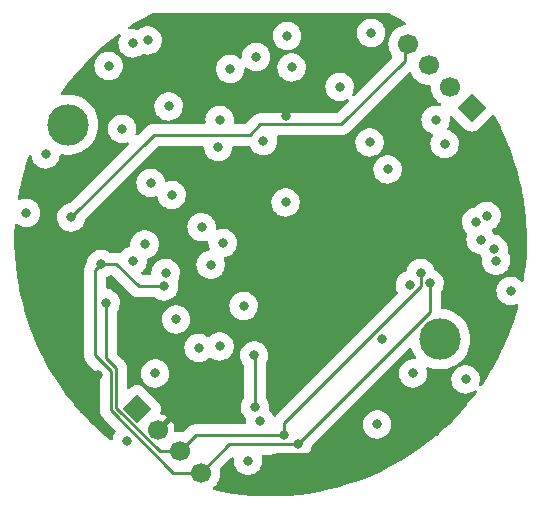
<source format=gbr>
%TF.GenerationSoftware,KiCad,Pcbnew,(6.0.4-0)*%
%TF.CreationDate,2022-11-29T10:20:57+01:00*%
%TF.ProjectId,RoundScanner,526f756e-6453-4636-916e-6e65722e6b69,2*%
%TF.SameCoordinates,Original*%
%TF.FileFunction,Copper,L3,Inr*%
%TF.FilePolarity,Positive*%
%FSLAX46Y46*%
G04 Gerber Fmt 4.6, Leading zero omitted, Abs format (unit mm)*
G04 Created by KiCad (PCBNEW (6.0.4-0)) date 2022-11-29 10:20:57*
%MOMM*%
%LPD*%
G01*
G04 APERTURE LIST*
G04 Aperture macros list*
%AMHorizOval*
0 Thick line with rounded ends*
0 $1 width*
0 $2 $3 position (X,Y) of the first rounded end (center of the circle)*
0 $4 $5 position (X,Y) of the second rounded end (center of the circle)*
0 Add line between two ends*
20,1,$1,$2,$3,$4,$5,0*
0 Add two circle primitives to create the rounded ends*
1,1,$1,$2,$3*
1,1,$1,$4,$5*%
%AMRotRect*
0 Rectangle, with rotation*
0 The origin of the aperture is its center*
0 $1 length*
0 $2 width*
0 $3 Rotation angle, in degrees counterclockwise*
0 Add horizontal line*
21,1,$1,$2,0,0,$3*%
G04 Aperture macros list end*
%TA.AperFunction,ComponentPad*%
%ADD10C,3.500000*%
%TD*%
%TA.AperFunction,ComponentPad*%
%ADD11RotRect,1.700000X1.700000X45.000000*%
%TD*%
%TA.AperFunction,ComponentPad*%
%ADD12HorizOval,1.700000X0.000000X0.000000X0.000000X0.000000X0*%
%TD*%
%TA.AperFunction,ComponentPad*%
%ADD13RotRect,1.700000X1.700000X225.000000*%
%TD*%
%TA.AperFunction,ComponentPad*%
%ADD14HorizOval,1.700000X0.000000X0.000000X0.000000X0.000000X0*%
%TD*%
%TA.AperFunction,ViaPad*%
%ADD15C,0.800000*%
%TD*%
%TA.AperFunction,Conductor*%
%ADD16C,0.500000*%
%TD*%
%TA.AperFunction,Conductor*%
%ADD17C,0.250000*%
%TD*%
G04 APERTURE END LIST*
D10*
%TO.N,GND*%
%TO.C,H2*%
X72136000Y-97556000D03*
%TD*%
%TO.N,GND*%
%TO.C,H1*%
X103632000Y-115717000D03*
%TD*%
D11*
%TO.N,GND*%
%TO.C,J4*%
X106299000Y-96139000D03*
D12*
%TO.N,LED RESET*%
X104502949Y-94342949D03*
%TO.N,AS7341_INT*%
X102706898Y-92546898D03*
%TO.N,DRDY_INT*%
X100910846Y-90750846D03*
%TD*%
D13*
%TO.N,GND*%
%TO.C,J1*%
X77975672Y-121628317D03*
D14*
%TO.N,+3V3*%
X79771723Y-123424368D03*
%TO.N,SCL*%
X81567774Y-125220419D03*
%TO.N,SDA*%
X83363826Y-127016471D03*
%TD*%
D15*
%TO.N,+2V5*%
X78613000Y-107696000D03*
X84963000Y-97155000D03*
X88392000Y-122682000D03*
X83185000Y-116459000D03*
X91059000Y-92710000D03*
%TO.N,Net-(C2-Pad2)*%
X88048500Y-91816701D03*
X103251000Y-97155000D03*
%TO.N,+3V3*%
X98552000Y-125603000D03*
X90574204Y-96811500D03*
X89492676Y-125907922D03*
X76200000Y-105410000D03*
X103112663Y-122848000D03*
X106019557Y-104177500D03*
X74676000Y-118745000D03*
X93726000Y-116967000D03*
X86106000Y-109093000D03*
X82042000Y-120142000D03*
X70992059Y-114597111D03*
X105029000Y-110998000D03*
X91402051Y-100123252D03*
X91331250Y-112159250D03*
%TO.N,SDA*%
X74930000Y-109347000D03*
X102743000Y-110998000D03*
X91567000Y-124587000D03*
X80264000Y-111252000D03*
%TO.N,Net-(C8-Pad1)*%
X80645000Y-96012000D03*
X78867000Y-90424000D03*
%TO.N,LED RESET*%
X109601000Y-111633000D03*
%TO.N,Net-(R25-Pad1)*%
X98679000Y-115697000D03*
X108157333Y-108095500D03*
%TO.N,Net-(R26-Pad1)*%
X107061000Y-107315000D03*
X101061788Y-111146613D03*
%TO.N,Net-(R27-Pad1)*%
X106680000Y-105791000D03*
X84836000Y-99441000D03*
%TO.N,Net-(R28-Pad1)*%
X107569000Y-105283000D03*
X88646000Y-98933000D03*
%TO.N,DRDY_INT*%
X72390000Y-105410000D03*
%TO.N,SCL*%
X101981000Y-110109000D03*
X75311000Y-112649000D03*
X90447204Y-123862500D03*
%TO.N,+1V8*%
X80391000Y-110109000D03*
X77597000Y-109093000D03*
X81280000Y-114046000D03*
%TO.N,Net-(C12-Pad1)*%
X87947500Y-121475500D03*
X87884000Y-117094000D03*
%TO.N,/ADC/AIN2+*%
X75565000Y-92583000D03*
X101334663Y-118618000D03*
%TO.N,/ADC/AIN2-*%
X86995000Y-112903000D03*
X77597000Y-90678000D03*
%TO.N,GND*%
X87352950Y-125998450D03*
X84963000Y-116332000D03*
X90551000Y-104140000D03*
X85852000Y-92837000D03*
X108380648Y-109069736D03*
X99187000Y-101346000D03*
X68580000Y-105029000D03*
X97790000Y-89789000D03*
X95123000Y-94361000D03*
X84201000Y-109407502D03*
X70231000Y-100076000D03*
X90678000Y-90043000D03*
X98286663Y-122936000D03*
X77089000Y-124333000D03*
X85217000Y-107569000D03*
X105791000Y-119126000D03*
X76708000Y-97917000D03*
X80899000Y-103505000D03*
X79121000Y-102489000D03*
X104013000Y-99187000D03*
X79502000Y-118618000D03*
X97663000Y-99060000D03*
%TO.N,AS7341_INT*%
X83439000Y-106238498D03*
%TD*%
D16*
%TO.N,+3V3*%
X89797598Y-125603000D02*
X98552000Y-125603000D01*
X89492676Y-125907922D02*
X89797598Y-125603000D01*
D17*
%TO.N,SDA*%
X85793297Y-124587000D02*
X83363826Y-127016471D01*
X74422000Y-109855000D02*
X74422000Y-117094000D01*
X74930000Y-109347000D02*
X76200000Y-109347000D01*
X74930000Y-109347000D02*
X74422000Y-109855000D01*
X76200000Y-109347000D02*
X78105000Y-111252000D01*
X102743000Y-113411000D02*
X91567000Y-124587000D01*
X81041767Y-127016471D02*
X83363826Y-127016471D01*
X75750490Y-121725194D02*
X81041767Y-127016471D01*
X74422000Y-117094000D02*
X75750489Y-118422489D01*
X102743000Y-110998000D02*
X102743000Y-113411000D01*
X78105000Y-111252000D02*
X80264000Y-111252000D01*
X91567000Y-124587000D02*
X85793297Y-124587000D01*
X75750489Y-118422489D02*
X75750490Y-121725194D01*
%TO.N,DRDY_INT*%
X87503000Y-98425000D02*
X88392000Y-97536000D01*
X79375000Y-98425000D02*
X87503000Y-98425000D01*
X88392000Y-97536000D02*
X95250000Y-97536000D01*
X72390000Y-105410000D02*
X79375000Y-98425000D01*
X100659175Y-92126825D02*
X100659175Y-90661530D01*
X95250000Y-97536000D02*
X100659175Y-92126825D01*
%TO.N,SCL*%
X101981000Y-110109000D02*
X101981000Y-111252000D01*
X82925693Y-123862500D02*
X90447204Y-123862500D01*
X101981000Y-111252000D02*
X90447204Y-122785796D01*
X90447204Y-122785796D02*
X90447204Y-123862500D01*
X81567774Y-125220419D02*
X82925693Y-123862500D01*
X75311000Y-112649000D02*
X75311000Y-117302623D01*
X79881419Y-125220419D02*
X81567774Y-125220419D01*
X76200000Y-118191623D02*
X76200000Y-121539000D01*
X76200000Y-121539000D02*
X79881419Y-125220419D01*
X75311000Y-117302623D02*
X76200000Y-118191623D01*
%TO.N,Net-(C12-Pad1)*%
X87947500Y-117157500D02*
X87884000Y-117094000D01*
X87947500Y-121475500D02*
X87947500Y-117157500D01*
%TD*%
%TA.AperFunction,Conductor*%
%TO.N,+3V3*%
G36*
X99414045Y-88150756D02*
G01*
X100033095Y-88486703D01*
X100037732Y-88489350D01*
X100624809Y-88841150D01*
X100695766Y-88883670D01*
X100743917Y-88935842D01*
X100756218Y-89005765D01*
X100728763Y-89071238D01*
X100670269Y-89111474D01*
X100653682Y-89115481D01*
X100651852Y-89115625D01*
X100647043Y-89116779D01*
X100647040Y-89116780D01*
X100560861Y-89137470D01*
X100399236Y-89176273D01*
X100394665Y-89178166D01*
X100394663Y-89178167D01*
X100163792Y-89273797D01*
X100163788Y-89273799D01*
X100159218Y-89275692D01*
X99937706Y-89411434D01*
X99740157Y-89580157D01*
X99571434Y-89777706D01*
X99435692Y-89999218D01*
X99433799Y-90003788D01*
X99433797Y-90003792D01*
X99348364Y-90210046D01*
X99336273Y-90239236D01*
X99325425Y-90284422D01*
X99276780Y-90487039D01*
X99276779Y-90487045D01*
X99275625Y-90491852D01*
X99255242Y-90750846D01*
X99275625Y-91009840D01*
X99276779Y-91014647D01*
X99276780Y-91014653D01*
X99308379Y-91146268D01*
X99336273Y-91262456D01*
X99338166Y-91267027D01*
X99338167Y-91267029D01*
X99433738Y-91497756D01*
X99435692Y-91502474D01*
X99571434Y-91723986D01*
X99574643Y-91727743D01*
X99579505Y-91733436D01*
X99608534Y-91798227D01*
X99597926Y-91868427D01*
X99572786Y-91904359D01*
X96357675Y-95119470D01*
X96295363Y-95153496D01*
X96224548Y-95148431D01*
X96167712Y-95105884D01*
X96142901Y-95039364D01*
X96158646Y-94968809D01*
X96221586Y-94856422D01*
X96221587Y-94856420D01*
X96224410Y-94851379D01*
X96226266Y-94845912D01*
X96226268Y-94845907D01*
X96293475Y-94647921D01*
X96293476Y-94647916D01*
X96295331Y-94642452D01*
X96296159Y-94636743D01*
X96296160Y-94636738D01*
X96326458Y-94427772D01*
X96326991Y-94424098D01*
X96328643Y-94361000D01*
X96308454Y-94141289D01*
X96248565Y-93928936D01*
X96150980Y-93731053D01*
X96140925Y-93717587D01*
X96022420Y-93558891D01*
X96022420Y-93558890D01*
X96018967Y-93554267D01*
X95856949Y-93404499D01*
X95670350Y-93286764D01*
X95465421Y-93205006D01*
X95459761Y-93203880D01*
X95459757Y-93203879D01*
X95254691Y-93163089D01*
X95254688Y-93163089D01*
X95249024Y-93161962D01*
X95243249Y-93161886D01*
X95243245Y-93161886D01*
X95132504Y-93160437D01*
X95028406Y-93159074D01*
X95022709Y-93160053D01*
X95022708Y-93160053D01*
X94816654Y-93195459D01*
X94816653Y-93195459D01*
X94810957Y-93196438D01*
X94603957Y-93272804D01*
X94598996Y-93275756D01*
X94598995Y-93275756D01*
X94521423Y-93321907D01*
X94414341Y-93385614D01*
X94248457Y-93531090D01*
X94111863Y-93704360D01*
X94009131Y-93899620D01*
X93943703Y-94110333D01*
X93917770Y-94329440D01*
X93932200Y-94549604D01*
X93933621Y-94555200D01*
X93933622Y-94555205D01*
X93985090Y-94757857D01*
X93986511Y-94763452D01*
X93988928Y-94768694D01*
X93988928Y-94768695D01*
X94024778Y-94846459D01*
X94078883Y-94963821D01*
X94206222Y-95144002D01*
X94364264Y-95297961D01*
X94369060Y-95301166D01*
X94369063Y-95301168D01*
X94483192Y-95377426D01*
X94547717Y-95420540D01*
X94553020Y-95422818D01*
X94553023Y-95422820D01*
X94745129Y-95505355D01*
X94750436Y-95507635D01*
X94791143Y-95516846D01*
X94959995Y-95555054D01*
X94960001Y-95555055D01*
X94965632Y-95556329D01*
X94971403Y-95556556D01*
X94971405Y-95556556D01*
X95039211Y-95559220D01*
X95186098Y-95564991D01*
X95295275Y-95549161D01*
X95398738Y-95534160D01*
X95398743Y-95534159D01*
X95404452Y-95533331D01*
X95409916Y-95531476D01*
X95409921Y-95531475D01*
X95607907Y-95464268D01*
X95607912Y-95464266D01*
X95613379Y-95462410D01*
X95730809Y-95396646D01*
X95800017Y-95380812D01*
X95866799Y-95404909D01*
X95909952Y-95461286D01*
X95915775Y-95532043D01*
X95881470Y-95595675D01*
X94903550Y-96573595D01*
X94841238Y-96607621D01*
X94814455Y-96610500D01*
X88474758Y-96610500D01*
X88455049Y-96608949D01*
X88440703Y-96606677D01*
X88434116Y-96607022D01*
X88434111Y-96607022D01*
X88371058Y-96610327D01*
X88364464Y-96610500D01*
X88343496Y-96610500D01*
X88340224Y-96610844D01*
X88340222Y-96610844D01*
X88322636Y-96612692D01*
X88316062Y-96613209D01*
X88253017Y-96616513D01*
X88253014Y-96616514D01*
X88246422Y-96616859D01*
X88232393Y-96620618D01*
X88212951Y-96624221D01*
X88198518Y-96625738D01*
X88132196Y-96647287D01*
X88125885Y-96649157D01*
X88058503Y-96667212D01*
X88052623Y-96670208D01*
X88045563Y-96673805D01*
X88027300Y-96681370D01*
X88013492Y-96685856D01*
X88007776Y-96689156D01*
X88007774Y-96689157D01*
X87953081Y-96720734D01*
X87947283Y-96723882D01*
X87885160Y-96755535D01*
X87880028Y-96759690D01*
X87880026Y-96759692D01*
X87873873Y-96764674D01*
X87857588Y-96775867D01*
X87845008Y-96783130D01*
X87840099Y-96787550D01*
X87840095Y-96787553D01*
X87793179Y-96829796D01*
X87788164Y-96834080D01*
X87780083Y-96840624D01*
X87771870Y-96847275D01*
X87757055Y-96862090D01*
X87752271Y-96866631D01*
X87710399Y-96904333D01*
X87700431Y-96913308D01*
X87691896Y-96925056D01*
X87679054Y-96940091D01*
X87156550Y-97462595D01*
X87094238Y-97496621D01*
X87067455Y-97499500D01*
X86271776Y-97499500D01*
X86203655Y-97479498D01*
X86157162Y-97425842D01*
X86147080Y-97355420D01*
X86148793Y-97343604D01*
X86166991Y-97218098D01*
X86168643Y-97155000D01*
X86148454Y-96935289D01*
X86144273Y-96920462D01*
X86105541Y-96783130D01*
X86088565Y-96722936D01*
X85990980Y-96525053D01*
X85974049Y-96502379D01*
X85862420Y-96352891D01*
X85862420Y-96352890D01*
X85858967Y-96348267D01*
X85758145Y-96255068D01*
X85701189Y-96202418D01*
X85701186Y-96202416D01*
X85696949Y-96198499D01*
X85510350Y-96080764D01*
X85305421Y-95999006D01*
X85299761Y-95997880D01*
X85299757Y-95997879D01*
X85094691Y-95957089D01*
X85094688Y-95957089D01*
X85089024Y-95955962D01*
X85083249Y-95955886D01*
X85083245Y-95955886D01*
X84972504Y-95954437D01*
X84868406Y-95953074D01*
X84862709Y-95954053D01*
X84862708Y-95954053D01*
X84656654Y-95989459D01*
X84656653Y-95989459D01*
X84650957Y-95990438D01*
X84443957Y-96066804D01*
X84438996Y-96069756D01*
X84438995Y-96069756D01*
X84334368Y-96132003D01*
X84254341Y-96179614D01*
X84088457Y-96325090D01*
X83951863Y-96498360D01*
X83849131Y-96693620D01*
X83783703Y-96904333D01*
X83757770Y-97123440D01*
X83772200Y-97343604D01*
X83773624Y-97349212D01*
X83774349Y-97353788D01*
X83765250Y-97424199D01*
X83719528Y-97478514D01*
X83649900Y-97499500D01*
X79457759Y-97499500D01*
X79438050Y-97497949D01*
X79423704Y-97495677D01*
X79417117Y-97496022D01*
X79417112Y-97496022D01*
X79354059Y-97499327D01*
X79347465Y-97499500D01*
X79326496Y-97499500D01*
X79310077Y-97501226D01*
X79305639Y-97501692D01*
X79299064Y-97502209D01*
X79236016Y-97505513D01*
X79236012Y-97505514D01*
X79229422Y-97505859D01*
X79215393Y-97509618D01*
X79195951Y-97513221D01*
X79181518Y-97514738D01*
X79115196Y-97536287D01*
X79108885Y-97538157D01*
X79066598Y-97549488D01*
X79057066Y-97552042D01*
X79041503Y-97556212D01*
X79035623Y-97559208D01*
X79028563Y-97562805D01*
X79010300Y-97570370D01*
X78996492Y-97574856D01*
X78990776Y-97578156D01*
X78990774Y-97578157D01*
X78936081Y-97609734D01*
X78930283Y-97612882D01*
X78868160Y-97644535D01*
X78863028Y-97648690D01*
X78863026Y-97648692D01*
X78856873Y-97653674D01*
X78840588Y-97664867D01*
X78828008Y-97672130D01*
X78823099Y-97676550D01*
X78823095Y-97676553D01*
X78776179Y-97718796D01*
X78771164Y-97723080D01*
X78762525Y-97730076D01*
X78754870Y-97736275D01*
X78740055Y-97751090D01*
X78735271Y-97755631D01*
X78683431Y-97802308D01*
X78674891Y-97814063D01*
X78662066Y-97829079D01*
X78050525Y-98440620D01*
X77988215Y-98474644D01*
X77917399Y-98469579D01*
X77860564Y-98427032D01*
X77835753Y-98360512D01*
X77842119Y-98311022D01*
X77878475Y-98203921D01*
X77878476Y-98203916D01*
X77880331Y-98198452D01*
X77881159Y-98192743D01*
X77881160Y-98192738D01*
X77905395Y-98025590D01*
X77911991Y-97980098D01*
X77913643Y-97917000D01*
X77893454Y-97697289D01*
X77882913Y-97659911D01*
X77841542Y-97513221D01*
X77833565Y-97484936D01*
X77735980Y-97287053D01*
X77676617Y-97207556D01*
X77607420Y-97114891D01*
X77607420Y-97114890D01*
X77603967Y-97110267D01*
X77441949Y-96960499D01*
X77255350Y-96842764D01*
X77050421Y-96761006D01*
X77044761Y-96759880D01*
X77044757Y-96759879D01*
X76839691Y-96719089D01*
X76839688Y-96719089D01*
X76834024Y-96717962D01*
X76828249Y-96717886D01*
X76828245Y-96717886D01*
X76717504Y-96716437D01*
X76613406Y-96715074D01*
X76607709Y-96716053D01*
X76607708Y-96716053D01*
X76401654Y-96751459D01*
X76401653Y-96751459D01*
X76395957Y-96752438D01*
X76188957Y-96828804D01*
X76183996Y-96831756D01*
X76183995Y-96831756D01*
X76010319Y-96935083D01*
X75999341Y-96941614D01*
X75833457Y-97087090D01*
X75696863Y-97260360D01*
X75594131Y-97455620D01*
X75528703Y-97666333D01*
X75502770Y-97885440D01*
X75517200Y-98105604D01*
X75518621Y-98111200D01*
X75518622Y-98111205D01*
X75549915Y-98234418D01*
X75571511Y-98319452D01*
X75573928Y-98324694D01*
X75573928Y-98324695D01*
X75651511Y-98492985D01*
X75663883Y-98519821D01*
X75791222Y-98700002D01*
X75949264Y-98853961D01*
X75954060Y-98857166D01*
X75954063Y-98857168D01*
X76072543Y-98936333D01*
X76132717Y-98976540D01*
X76138020Y-98978818D01*
X76138023Y-98978820D01*
X76253517Y-99028440D01*
X76335436Y-99063635D01*
X76411626Y-99080875D01*
X76544995Y-99111054D01*
X76545001Y-99111055D01*
X76550632Y-99112329D01*
X76556403Y-99112556D01*
X76556405Y-99112556D01*
X76624211Y-99115220D01*
X76771098Y-99120991D01*
X76880275Y-99105161D01*
X76983738Y-99090160D01*
X76983743Y-99090159D01*
X76989452Y-99089331D01*
X76994916Y-99087476D01*
X76994921Y-99087475D01*
X77102022Y-99051119D01*
X77172957Y-99048163D01*
X77234229Y-99084026D01*
X77266386Y-99147323D01*
X77259217Y-99217957D01*
X77231618Y-99259527D01*
X72308818Y-104182327D01*
X72241061Y-104217412D01*
X72077957Y-104245438D01*
X71870957Y-104321804D01*
X71865996Y-104324756D01*
X71865995Y-104324756D01*
X71713069Y-104415738D01*
X71681341Y-104434614D01*
X71515457Y-104580090D01*
X71378863Y-104753360D01*
X71276131Y-104948620D01*
X71210703Y-105159333D01*
X71184770Y-105378440D01*
X71199200Y-105598604D01*
X71200621Y-105604200D01*
X71200622Y-105604205D01*
X71241512Y-105765206D01*
X71253511Y-105812452D01*
X71255928Y-105817694D01*
X71255928Y-105817695D01*
X71321919Y-105960839D01*
X71345883Y-106012821D01*
X71473222Y-106193002D01*
X71631264Y-106346961D01*
X71636060Y-106350166D01*
X71636063Y-106350168D01*
X71733310Y-106415146D01*
X71814717Y-106469540D01*
X71820020Y-106471818D01*
X71820023Y-106471820D01*
X71958788Y-106531438D01*
X72017436Y-106556635D01*
X72073350Y-106569287D01*
X72226995Y-106604054D01*
X72227001Y-106604055D01*
X72232632Y-106605329D01*
X72238403Y-106605556D01*
X72238405Y-106605556D01*
X72306211Y-106608220D01*
X72453098Y-106613991D01*
X72562275Y-106598161D01*
X72665738Y-106583160D01*
X72665743Y-106583159D01*
X72671452Y-106582331D01*
X72676916Y-106580476D01*
X72676921Y-106580475D01*
X72874907Y-106513268D01*
X72874912Y-106513266D01*
X72880379Y-106511410D01*
X72885992Y-106508267D01*
X73008698Y-106439548D01*
X73072884Y-106403602D01*
X73084645Y-106393821D01*
X73238086Y-106266204D01*
X73242518Y-106262518D01*
X73288744Y-106206938D01*
X82233770Y-106206938D01*
X82248200Y-106427102D01*
X82249621Y-106432698D01*
X82249622Y-106432703D01*
X82295664Y-106613991D01*
X82302511Y-106640950D01*
X82394883Y-106841319D01*
X82522222Y-107021500D01*
X82680264Y-107175459D01*
X82685060Y-107178664D01*
X82685063Y-107178666D01*
X82761148Y-107229504D01*
X82863717Y-107298038D01*
X82869020Y-107300316D01*
X82869023Y-107300318D01*
X83016633Y-107363736D01*
X83066436Y-107385133D01*
X83130371Y-107399600D01*
X83275995Y-107432552D01*
X83276001Y-107432553D01*
X83281632Y-107433827D01*
X83287403Y-107434054D01*
X83287405Y-107434054D01*
X83355211Y-107436718D01*
X83502098Y-107442489D01*
X83611275Y-107426659D01*
X83714738Y-107411658D01*
X83714743Y-107411657D01*
X83720452Y-107410829D01*
X83725916Y-107408974D01*
X83725921Y-107408973D01*
X83850477Y-107366692D01*
X83921412Y-107363736D01*
X83982685Y-107399600D01*
X84014841Y-107462896D01*
X84016105Y-107500814D01*
X84011770Y-107537440D01*
X84026200Y-107757604D01*
X84027621Y-107763200D01*
X84027622Y-107763205D01*
X84058454Y-107884604D01*
X84080511Y-107971452D01*
X84113676Y-108043393D01*
X84124031Y-108113627D01*
X84094769Y-108178313D01*
X84035181Y-108216910D01*
X84020588Y-108220322D01*
X83894654Y-108241961D01*
X83894653Y-108241961D01*
X83888957Y-108242940D01*
X83681957Y-108319306D01*
X83676996Y-108322258D01*
X83676995Y-108322258D01*
X83509607Y-108421844D01*
X83492341Y-108432116D01*
X83326457Y-108577592D01*
X83189863Y-108750862D01*
X83087131Y-108946122D01*
X83021703Y-109156835D01*
X82995770Y-109375942D01*
X83010200Y-109596106D01*
X83011621Y-109601702D01*
X83011622Y-109601707D01*
X83049950Y-109752620D01*
X83064511Y-109809954D01*
X83066928Y-109815196D01*
X83066928Y-109815197D01*
X83103739Y-109895046D01*
X83156883Y-110010323D01*
X83284222Y-110190504D01*
X83442264Y-110344463D01*
X83447060Y-110347668D01*
X83447063Y-110347670D01*
X83529543Y-110402781D01*
X83625717Y-110467042D01*
X83631020Y-110469320D01*
X83631023Y-110469322D01*
X83802062Y-110542806D01*
X83828436Y-110554137D01*
X83880580Y-110565936D01*
X84037995Y-110601556D01*
X84038001Y-110601557D01*
X84043632Y-110602831D01*
X84049403Y-110603058D01*
X84049405Y-110603058D01*
X84117211Y-110605722D01*
X84264098Y-110611493D01*
X84385386Y-110593907D01*
X84476738Y-110580662D01*
X84476743Y-110580661D01*
X84482452Y-110579833D01*
X84487916Y-110577978D01*
X84487921Y-110577977D01*
X84685907Y-110510770D01*
X84685912Y-110510768D01*
X84691379Y-110508912D01*
X84716073Y-110495083D01*
X84825212Y-110433962D01*
X84883884Y-110401104D01*
X84923624Y-110368053D01*
X85038034Y-110272898D01*
X85053518Y-110260020D01*
X85125889Y-110173004D01*
X85190908Y-110094828D01*
X85190910Y-110094825D01*
X85194602Y-110090386D01*
X85285632Y-109927841D01*
X85299586Y-109902924D01*
X85299587Y-109902922D01*
X85302410Y-109897881D01*
X85304266Y-109892414D01*
X85304268Y-109892409D01*
X85371475Y-109694423D01*
X85371476Y-109694418D01*
X85373331Y-109688954D01*
X85374159Y-109683245D01*
X85374160Y-109683240D01*
X85398463Y-109515623D01*
X85404991Y-109470600D01*
X85406643Y-109407502D01*
X85386454Y-109187791D01*
X85362279Y-109102070D01*
X85328134Y-108981002D01*
X85326565Y-108975438D01*
X85306994Y-108935752D01*
X85294804Y-108865810D01*
X85322363Y-108800381D01*
X85380921Y-108760237D01*
X85401919Y-108755328D01*
X85444046Y-108749219D01*
X85498452Y-108741331D01*
X85503916Y-108739476D01*
X85503921Y-108739475D01*
X85701907Y-108672268D01*
X85701912Y-108672266D01*
X85707379Y-108670410D01*
X85899884Y-108562602D01*
X85912387Y-108552204D01*
X86065086Y-108425204D01*
X86069518Y-108421518D01*
X86108589Y-108374540D01*
X86206908Y-108256326D01*
X86206910Y-108256323D01*
X86210602Y-108251884D01*
X86318410Y-108059379D01*
X86320266Y-108053912D01*
X86320268Y-108053907D01*
X86387475Y-107855921D01*
X86387476Y-107855916D01*
X86389331Y-107850452D01*
X86390159Y-107844743D01*
X86390160Y-107844738D01*
X86409426Y-107711857D01*
X86420991Y-107632098D01*
X86422643Y-107569000D01*
X86402454Y-107349289D01*
X86399809Y-107339908D01*
X86344134Y-107142500D01*
X86342565Y-107136936D01*
X86244980Y-106939053D01*
X86213044Y-106896285D01*
X86116420Y-106766891D01*
X86116420Y-106766890D01*
X86112967Y-106762267D01*
X85981727Y-106640950D01*
X85955189Y-106616418D01*
X85955186Y-106616416D01*
X85950949Y-106612499D01*
X85764350Y-106494764D01*
X85559421Y-106413006D01*
X85553761Y-106411880D01*
X85553757Y-106411879D01*
X85348691Y-106371089D01*
X85348688Y-106371089D01*
X85343024Y-106369962D01*
X85337249Y-106369886D01*
X85337245Y-106369886D01*
X85226504Y-106368437D01*
X85122406Y-106367074D01*
X85116709Y-106368053D01*
X85116708Y-106368053D01*
X84910654Y-106403459D01*
X84910653Y-106403459D01*
X84904957Y-106404438D01*
X84811129Y-106439053D01*
X84740295Y-106443865D01*
X84678105Y-106409618D01*
X84644303Y-106347185D01*
X84643033Y-106309042D01*
X84642143Y-106308966D01*
X84642458Y-106305271D01*
X84642991Y-106301596D01*
X84644643Y-106238498D01*
X84624454Y-106018787D01*
X84622772Y-106012821D01*
X84566134Y-105811998D01*
X84564565Y-105806434D01*
X84541390Y-105759440D01*
X105474770Y-105759440D01*
X105489200Y-105979604D01*
X105490621Y-105985200D01*
X105490622Y-105985205D01*
X105538407Y-106173355D01*
X105543511Y-106193452D01*
X105545928Y-106198694D01*
X105545928Y-106198695D01*
X105593366Y-106301596D01*
X105635883Y-106393821D01*
X105763222Y-106574002D01*
X105767356Y-106578029D01*
X105767361Y-106578035D01*
X105916023Y-106722857D01*
X105950861Y-106784718D01*
X105945199Y-106853020D01*
X105947131Y-106853620D01*
X105881703Y-107064333D01*
X105855770Y-107283440D01*
X105870200Y-107503604D01*
X105871621Y-107509200D01*
X105871622Y-107509205D01*
X105923090Y-107711857D01*
X105924511Y-107717452D01*
X105926928Y-107722694D01*
X105926928Y-107722695D01*
X105990552Y-107860705D01*
X106016883Y-107917821D01*
X106144222Y-108098002D01*
X106302264Y-108251961D01*
X106307060Y-108255166D01*
X106307063Y-108255168D01*
X106398539Y-108316290D01*
X106485717Y-108374540D01*
X106491020Y-108376818D01*
X106491023Y-108376820D01*
X106680969Y-108458427D01*
X106688436Y-108461635D01*
X106903632Y-108510329D01*
X106909401Y-108510556D01*
X106909404Y-108510556D01*
X106951663Y-108512216D01*
X107018946Y-108534877D01*
X107061143Y-108585367D01*
X107113216Y-108698321D01*
X107116549Y-108703037D01*
X107173034Y-108782962D01*
X107196015Y-108850136D01*
X107195264Y-108870491D01*
X107185660Y-108951640D01*
X107175418Y-109038176D01*
X107189848Y-109258340D01*
X107191269Y-109263936D01*
X107191270Y-109263941D01*
X107217886Y-109368738D01*
X107244159Y-109472188D01*
X107246576Y-109477430D01*
X107246576Y-109477431D01*
X107284694Y-109560115D01*
X107336531Y-109672557D01*
X107463870Y-109852738D01*
X107621912Y-110006697D01*
X107626708Y-110009902D01*
X107626711Y-110009904D01*
X107727787Y-110077440D01*
X107805365Y-110129276D01*
X107810668Y-110131554D01*
X107810671Y-110131556D01*
X108002777Y-110214091D01*
X108008084Y-110216371D01*
X108087736Y-110234394D01*
X108217643Y-110263790D01*
X108217649Y-110263791D01*
X108223280Y-110265065D01*
X108229051Y-110265292D01*
X108229053Y-110265292D01*
X108296859Y-110267956D01*
X108443746Y-110273727D01*
X108568848Y-110255588D01*
X108656386Y-110242896D01*
X108656391Y-110242895D01*
X108662100Y-110242067D01*
X108667564Y-110240212D01*
X108667569Y-110240211D01*
X108865555Y-110173004D01*
X108865560Y-110173002D01*
X108871027Y-110171146D01*
X109063532Y-110063338D01*
X109071852Y-110056419D01*
X109228734Y-109925940D01*
X109233166Y-109922254D01*
X109274597Y-109872439D01*
X109370556Y-109757062D01*
X109370558Y-109757059D01*
X109374250Y-109752620D01*
X109482058Y-109560115D01*
X109483914Y-109554648D01*
X109483916Y-109554643D01*
X109551123Y-109356657D01*
X109551124Y-109356652D01*
X109552979Y-109351188D01*
X109553807Y-109345479D01*
X109553808Y-109345474D01*
X109575836Y-109193548D01*
X109584639Y-109132834D01*
X109586291Y-109069736D01*
X109566102Y-108850025D01*
X109540780Y-108760237D01*
X109535681Y-108742159D01*
X109506213Y-108637672D01*
X109408628Y-108439789D01*
X109400693Y-108429162D01*
X109366101Y-108382839D01*
X109341369Y-108316290D01*
X109342363Y-108289370D01*
X109346795Y-108258804D01*
X109361324Y-108158598D01*
X109362976Y-108095500D01*
X109342787Y-107875789D01*
X109282898Y-107663436D01*
X109185313Y-107465553D01*
X109161792Y-107434054D01*
X109056753Y-107293391D01*
X109056753Y-107293390D01*
X109053300Y-107288767D01*
X108955919Y-107198749D01*
X108895522Y-107142918D01*
X108895519Y-107142916D01*
X108891282Y-107138999D01*
X108704683Y-107021264D01*
X108499754Y-106939506D01*
X108494094Y-106938380D01*
X108494090Y-106938379D01*
X108289025Y-106897589D01*
X108289020Y-106897589D01*
X108283357Y-106896462D01*
X108277580Y-106896386D01*
X108277577Y-106896386D01*
X108269853Y-106896285D01*
X108202001Y-106875392D01*
X108158499Y-106826024D01*
X108125127Y-106758351D01*
X108088980Y-106685053D01*
X108007138Y-106575454D01*
X107982406Y-106508905D01*
X107997580Y-106439548D01*
X108047842Y-106389406D01*
X108054831Y-106385954D01*
X108059379Y-106384410D01*
X108064422Y-106381586D01*
X108064426Y-106381584D01*
X108213877Y-106297887D01*
X108251884Y-106276602D01*
X108264387Y-106266204D01*
X108417086Y-106139204D01*
X108421518Y-106135518D01*
X108460589Y-106088540D01*
X108558908Y-105970326D01*
X108558910Y-105970323D01*
X108562602Y-105965884D01*
X108648782Y-105811998D01*
X108667586Y-105778422D01*
X108667587Y-105778420D01*
X108670410Y-105773379D01*
X108672266Y-105767912D01*
X108672268Y-105767907D01*
X108739475Y-105569921D01*
X108739476Y-105569916D01*
X108741331Y-105564452D01*
X108742159Y-105558743D01*
X108742160Y-105558738D01*
X108764483Y-105404776D01*
X108772991Y-105346098D01*
X108774643Y-105283000D01*
X108754454Y-105063289D01*
X108748052Y-105040587D01*
X108700150Y-104870738D01*
X108694565Y-104850936D01*
X108596980Y-104653053D01*
X108580049Y-104630379D01*
X108468420Y-104480891D01*
X108468420Y-104480890D01*
X108464967Y-104476267D01*
X108331711Y-104353086D01*
X108307189Y-104330418D01*
X108307186Y-104330416D01*
X108302949Y-104326499D01*
X108116350Y-104208764D01*
X107911421Y-104127006D01*
X107905761Y-104125880D01*
X107905757Y-104125879D01*
X107700691Y-104085089D01*
X107700688Y-104085089D01*
X107695024Y-104083962D01*
X107689249Y-104083886D01*
X107689245Y-104083886D01*
X107578504Y-104082437D01*
X107474406Y-104081074D01*
X107468709Y-104082053D01*
X107468708Y-104082053D01*
X107262654Y-104117459D01*
X107262653Y-104117459D01*
X107256957Y-104118438D01*
X107049957Y-104194804D01*
X106860341Y-104307614D01*
X106694457Y-104453090D01*
X106690878Y-104457630D01*
X106690877Y-104457631D01*
X106617491Y-104550722D01*
X106559610Y-104591836D01*
X106539881Y-104596897D01*
X106500950Y-104603586D01*
X106373654Y-104625459D01*
X106373653Y-104625459D01*
X106367957Y-104626438D01*
X106160957Y-104702804D01*
X106155996Y-104705756D01*
X106155995Y-104705756D01*
X105991325Y-104803725D01*
X105971341Y-104815614D01*
X105805457Y-104961090D01*
X105668863Y-105134360D01*
X105566131Y-105329620D01*
X105500703Y-105540333D01*
X105474770Y-105759440D01*
X84541390Y-105759440D01*
X84466980Y-105608551D01*
X84438134Y-105569921D01*
X84338420Y-105436389D01*
X84338420Y-105436388D01*
X84334967Y-105431765D01*
X84205764Y-105312331D01*
X84177189Y-105285916D01*
X84177186Y-105285914D01*
X84172949Y-105281997D01*
X83986350Y-105164262D01*
X83781421Y-105082504D01*
X83775761Y-105081378D01*
X83775757Y-105081377D01*
X83570691Y-105040587D01*
X83570688Y-105040587D01*
X83565024Y-105039460D01*
X83559249Y-105039384D01*
X83559245Y-105039384D01*
X83448504Y-105037935D01*
X83344406Y-105036572D01*
X83338709Y-105037551D01*
X83338708Y-105037551D01*
X83132654Y-105072957D01*
X83132653Y-105072957D01*
X83126957Y-105073936D01*
X82919957Y-105150302D01*
X82914996Y-105153254D01*
X82914995Y-105153254D01*
X82763696Y-105243268D01*
X82730341Y-105263112D01*
X82564457Y-105408588D01*
X82427863Y-105581858D01*
X82325131Y-105777118D01*
X82288557Y-105894907D01*
X82262258Y-105979604D01*
X82259703Y-105987831D01*
X82233770Y-106206938D01*
X73288744Y-106206938D01*
X73293407Y-106201331D01*
X73379908Y-106097326D01*
X73379910Y-106097323D01*
X73383602Y-106092884D01*
X73491410Y-105900379D01*
X73493266Y-105894912D01*
X73493268Y-105894907D01*
X73560475Y-105696921D01*
X73560476Y-105696916D01*
X73562331Y-105691452D01*
X73580903Y-105563366D01*
X73610472Y-105498822D01*
X73616503Y-105492352D01*
X76651415Y-102457440D01*
X77915770Y-102457440D01*
X77930200Y-102677604D01*
X77931621Y-102683200D01*
X77931622Y-102683205D01*
X77936622Y-102702891D01*
X77984511Y-102891452D01*
X77986928Y-102896694D01*
X77986928Y-102896695D01*
X78007336Y-102940962D01*
X78076883Y-103091821D01*
X78204222Y-103272002D01*
X78362264Y-103425961D01*
X78367060Y-103429166D01*
X78367063Y-103429168D01*
X78481192Y-103505426D01*
X78545717Y-103548540D01*
X78551020Y-103550818D01*
X78551023Y-103550820D01*
X78743129Y-103633355D01*
X78748436Y-103635635D01*
X78790111Y-103645065D01*
X78957995Y-103683054D01*
X78958001Y-103683055D01*
X78963632Y-103684329D01*
X78969403Y-103684556D01*
X78969405Y-103684556D01*
X79037211Y-103687220D01*
X79184098Y-103692991D01*
X79293275Y-103677161D01*
X79396738Y-103662160D01*
X79396743Y-103662159D01*
X79402452Y-103661331D01*
X79407916Y-103659476D01*
X79407921Y-103659475D01*
X79547316Y-103612157D01*
X79618251Y-103609201D01*
X79679524Y-103645065D01*
X79709940Y-103700455D01*
X79761089Y-103901855D01*
X79761091Y-103901860D01*
X79762511Y-103907452D01*
X79764928Y-103912694D01*
X79764928Y-103912695D01*
X79803046Y-103995379D01*
X79854883Y-104107821D01*
X79982222Y-104288002D01*
X80140264Y-104441961D01*
X80145060Y-104445166D01*
X80145063Y-104445168D01*
X80229261Y-104501427D01*
X80323717Y-104564540D01*
X80329020Y-104566818D01*
X80329023Y-104566820D01*
X80467788Y-104626438D01*
X80526436Y-104651635D01*
X80606088Y-104669658D01*
X80735995Y-104699054D01*
X80736001Y-104699055D01*
X80741632Y-104700329D01*
X80747403Y-104700556D01*
X80747405Y-104700556D01*
X80815211Y-104703220D01*
X80962098Y-104708991D01*
X81071275Y-104693161D01*
X81174738Y-104678160D01*
X81174743Y-104678159D01*
X81180452Y-104677331D01*
X81185916Y-104675476D01*
X81185921Y-104675475D01*
X81383907Y-104608268D01*
X81383912Y-104608266D01*
X81389379Y-104606410D01*
X81428267Y-104584632D01*
X81513575Y-104536857D01*
X81581884Y-104498602D01*
X81613448Y-104472351D01*
X81747086Y-104361204D01*
X81751518Y-104357518D01*
X81813256Y-104283287D01*
X81888908Y-104192326D01*
X81888910Y-104192323D01*
X81892602Y-104187884D01*
X81937093Y-104108440D01*
X89345770Y-104108440D01*
X89360200Y-104328604D01*
X89361621Y-104334200D01*
X89361622Y-104334205D01*
X89391816Y-104453090D01*
X89414511Y-104542452D01*
X89416928Y-104547694D01*
X89416928Y-104547695D01*
X89452778Y-104625459D01*
X89506883Y-104742821D01*
X89634222Y-104923002D01*
X89792264Y-105076961D01*
X89797060Y-105080166D01*
X89797063Y-105080168D01*
X89924129Y-105165070D01*
X89975717Y-105199540D01*
X89981020Y-105201818D01*
X89981023Y-105201820D01*
X90160467Y-105278915D01*
X90178436Y-105286635D01*
X90258088Y-105304658D01*
X90387995Y-105334054D01*
X90388001Y-105334055D01*
X90393632Y-105335329D01*
X90399403Y-105335556D01*
X90399405Y-105335556D01*
X90467211Y-105338220D01*
X90614098Y-105343991D01*
X90723275Y-105328161D01*
X90826738Y-105313160D01*
X90826743Y-105313159D01*
X90832452Y-105312331D01*
X90837916Y-105310476D01*
X90837921Y-105310475D01*
X91035907Y-105243268D01*
X91035912Y-105243266D01*
X91041379Y-105241410D01*
X91233884Y-105133602D01*
X91279370Y-105095772D01*
X91399086Y-104996204D01*
X91403518Y-104992518D01*
X91507026Y-104868064D01*
X91540908Y-104827326D01*
X91540910Y-104827323D01*
X91544602Y-104822884D01*
X91627155Y-104675475D01*
X91649586Y-104635422D01*
X91649587Y-104635420D01*
X91652410Y-104630379D01*
X91654266Y-104624912D01*
X91654268Y-104624907D01*
X91721475Y-104426921D01*
X91721476Y-104426916D01*
X91723331Y-104421452D01*
X91724159Y-104415743D01*
X91724160Y-104415738D01*
X91751541Y-104226891D01*
X91754991Y-104203098D01*
X91756643Y-104140000D01*
X91736454Y-103920289D01*
X91720427Y-103863459D01*
X91700251Y-103791921D01*
X91676565Y-103707936D01*
X91578980Y-103510053D01*
X91446967Y-103333267D01*
X91284949Y-103183499D01*
X91098350Y-103065764D01*
X90893421Y-102984006D01*
X90887761Y-102982880D01*
X90887757Y-102982879D01*
X90682691Y-102942089D01*
X90682688Y-102942089D01*
X90677024Y-102940962D01*
X90671249Y-102940886D01*
X90671245Y-102940886D01*
X90560504Y-102939437D01*
X90456406Y-102938074D01*
X90450709Y-102939053D01*
X90450708Y-102939053D01*
X90244654Y-102974459D01*
X90244653Y-102974459D01*
X90238957Y-102975438D01*
X90031957Y-103051804D01*
X90026996Y-103054756D01*
X90026995Y-103054756D01*
X89964695Y-103091821D01*
X89842341Y-103164614D01*
X89676457Y-103310090D01*
X89539863Y-103483360D01*
X89437131Y-103678620D01*
X89371703Y-103889333D01*
X89345770Y-104108440D01*
X81937093Y-104108440D01*
X82000410Y-103995379D01*
X82002266Y-103989912D01*
X82002268Y-103989907D01*
X82069475Y-103791921D01*
X82069476Y-103791916D01*
X82071331Y-103786452D01*
X82072159Y-103780743D01*
X82072160Y-103780738D01*
X82093014Y-103636910D01*
X82102991Y-103568098D01*
X82104643Y-103505000D01*
X82084454Y-103285289D01*
X82081843Y-103276029D01*
X82026134Y-103078500D01*
X82024565Y-103072936D01*
X81926980Y-102875053D01*
X81794967Y-102698267D01*
X81632949Y-102548499D01*
X81446350Y-102430764D01*
X81241421Y-102349006D01*
X81235761Y-102347880D01*
X81235757Y-102347879D01*
X81030691Y-102307089D01*
X81030688Y-102307089D01*
X81025024Y-102305962D01*
X81019249Y-102305886D01*
X81019245Y-102305886D01*
X80908504Y-102304437D01*
X80804406Y-102303074D01*
X80798709Y-102304053D01*
X80798708Y-102304053D01*
X80592654Y-102339459D01*
X80592653Y-102339459D01*
X80586957Y-102340438D01*
X80476030Y-102381361D01*
X80405198Y-102386173D01*
X80343007Y-102351926D01*
X80309205Y-102289493D01*
X80307104Y-102275701D01*
X80306983Y-102275050D01*
X80306454Y-102269289D01*
X80246565Y-102056936D01*
X80148980Y-101859053D01*
X80132049Y-101836379D01*
X80020420Y-101686891D01*
X80020420Y-101686890D01*
X80016967Y-101682267D01*
X79919586Y-101592249D01*
X79859189Y-101536418D01*
X79859186Y-101536416D01*
X79854949Y-101532499D01*
X79668350Y-101414764D01*
X79463421Y-101333006D01*
X79457761Y-101331880D01*
X79457757Y-101331879D01*
X79370085Y-101314440D01*
X97981770Y-101314440D01*
X97996200Y-101534604D01*
X97997621Y-101540200D01*
X97997622Y-101540205D01*
X98027816Y-101659090D01*
X98050511Y-101748452D01*
X98052928Y-101753694D01*
X98052928Y-101753695D01*
X98089193Y-101832360D01*
X98142883Y-101948821D01*
X98270222Y-102129002D01*
X98428264Y-102282961D01*
X98433060Y-102286166D01*
X98433063Y-102286168D01*
X98530310Y-102351146D01*
X98611717Y-102405540D01*
X98617020Y-102407818D01*
X98617023Y-102407820D01*
X98732517Y-102457440D01*
X98814436Y-102492635D01*
X98894088Y-102510658D01*
X99023995Y-102540054D01*
X99024001Y-102540055D01*
X99029632Y-102541329D01*
X99035403Y-102541556D01*
X99035405Y-102541556D01*
X99103211Y-102544220D01*
X99250098Y-102549991D01*
X99359275Y-102534161D01*
X99462738Y-102519160D01*
X99462743Y-102519159D01*
X99468452Y-102518331D01*
X99473916Y-102516476D01*
X99473921Y-102516475D01*
X99671907Y-102449268D01*
X99671912Y-102449266D01*
X99677379Y-102447410D01*
X99869884Y-102339602D01*
X99908977Y-102307089D01*
X100035086Y-102202204D01*
X100039518Y-102198518D01*
X100152644Y-102062500D01*
X100176908Y-102033326D01*
X100176910Y-102033323D01*
X100180602Y-102028884D01*
X100245606Y-101912812D01*
X100285586Y-101841422D01*
X100285587Y-101841420D01*
X100288410Y-101836379D01*
X100290266Y-101830912D01*
X100290268Y-101830907D01*
X100357475Y-101632921D01*
X100357476Y-101632916D01*
X100359331Y-101627452D01*
X100360159Y-101621743D01*
X100360160Y-101621738D01*
X100379346Y-101489413D01*
X100390991Y-101409098D01*
X100392643Y-101346000D01*
X100372454Y-101126289D01*
X100312565Y-100913936D01*
X100214980Y-100716053D01*
X100187178Y-100678821D01*
X100086420Y-100543891D01*
X100086420Y-100543890D01*
X100082967Y-100539267D01*
X99920949Y-100389499D01*
X99734350Y-100271764D01*
X99529421Y-100190006D01*
X99523761Y-100188880D01*
X99523757Y-100188879D01*
X99318691Y-100148089D01*
X99318688Y-100148089D01*
X99313024Y-100146962D01*
X99307249Y-100146886D01*
X99307245Y-100146886D01*
X99196504Y-100145437D01*
X99092406Y-100144074D01*
X99086709Y-100145053D01*
X99086708Y-100145053D01*
X98880654Y-100180459D01*
X98880653Y-100180459D01*
X98874957Y-100181438D01*
X98667957Y-100257804D01*
X98662996Y-100260756D01*
X98662995Y-100260756D01*
X98489946Y-100363710D01*
X98478341Y-100370614D01*
X98312457Y-100516090D01*
X98175863Y-100689360D01*
X98073131Y-100884620D01*
X98007703Y-101095333D01*
X97981770Y-101314440D01*
X79370085Y-101314440D01*
X79252691Y-101291089D01*
X79252688Y-101291089D01*
X79247024Y-101289962D01*
X79241249Y-101289886D01*
X79241245Y-101289886D01*
X79130504Y-101288437D01*
X79026406Y-101287074D01*
X79020709Y-101288053D01*
X79020708Y-101288053D01*
X78814654Y-101323459D01*
X78814653Y-101323459D01*
X78808957Y-101324438D01*
X78601957Y-101400804D01*
X78412341Y-101513614D01*
X78246457Y-101659090D01*
X78109863Y-101832360D01*
X78007131Y-102027620D01*
X77941703Y-102238333D01*
X77915770Y-102457440D01*
X76651415Y-102457440D01*
X79721450Y-99387405D01*
X79783762Y-99353379D01*
X79810545Y-99350500D01*
X83508895Y-99350500D01*
X83577016Y-99370502D01*
X83623509Y-99424158D01*
X83634625Y-99468259D01*
X83639053Y-99535821D01*
X83645200Y-99629604D01*
X83646621Y-99635200D01*
X83646622Y-99635205D01*
X83685890Y-99789821D01*
X83699511Y-99843452D01*
X83701928Y-99848694D01*
X83701928Y-99848695D01*
X83737844Y-99926602D01*
X83791883Y-100043821D01*
X83919222Y-100224002D01*
X84077264Y-100377961D01*
X84082060Y-100381166D01*
X84082063Y-100381168D01*
X84166261Y-100437427D01*
X84260717Y-100500540D01*
X84266020Y-100502818D01*
X84266023Y-100502820D01*
X84401225Y-100560907D01*
X84463436Y-100587635D01*
X84543088Y-100605658D01*
X84672995Y-100635054D01*
X84673001Y-100635055D01*
X84678632Y-100636329D01*
X84684403Y-100636556D01*
X84684405Y-100636556D01*
X84752211Y-100639220D01*
X84899098Y-100644991D01*
X85008275Y-100629161D01*
X85111738Y-100614160D01*
X85111743Y-100614159D01*
X85117452Y-100613331D01*
X85122916Y-100611476D01*
X85122921Y-100611475D01*
X85320907Y-100544268D01*
X85320912Y-100544266D01*
X85326379Y-100542410D01*
X85331992Y-100539267D01*
X85450575Y-100472857D01*
X85518884Y-100434602D01*
X85571321Y-100390991D01*
X85684086Y-100297204D01*
X85688518Y-100293518D01*
X85775546Y-100188879D01*
X85825908Y-100128326D01*
X85825910Y-100128323D01*
X85829602Y-100123884D01*
X85937410Y-99931379D01*
X85939266Y-99925912D01*
X85939268Y-99925907D01*
X86006475Y-99727921D01*
X86006476Y-99727916D01*
X86008331Y-99722452D01*
X86009159Y-99716743D01*
X86009160Y-99716738D01*
X86032549Y-99555422D01*
X86039991Y-99504098D01*
X86040800Y-99473202D01*
X86062578Y-99405628D01*
X86117433Y-99360556D01*
X86166757Y-99350500D01*
X87420242Y-99350500D01*
X87439951Y-99352051D01*
X87454297Y-99354323D01*
X87454298Y-99354323D01*
X87453917Y-99356730D01*
X87510473Y-99376609D01*
X87551320Y-99426142D01*
X87581380Y-99491346D01*
X87601883Y-99535821D01*
X87729222Y-99716002D01*
X87887264Y-99869961D01*
X87892060Y-99873166D01*
X87892063Y-99873168D01*
X87976261Y-99929427D01*
X88070717Y-99992540D01*
X88076020Y-99994818D01*
X88076023Y-99994820D01*
X88219418Y-100056427D01*
X88273436Y-100079635D01*
X88311328Y-100088209D01*
X88482995Y-100127054D01*
X88483001Y-100127055D01*
X88488632Y-100128329D01*
X88494403Y-100128556D01*
X88494405Y-100128556D01*
X88562211Y-100131220D01*
X88709098Y-100136991D01*
X88818275Y-100121161D01*
X88921738Y-100106160D01*
X88921743Y-100106159D01*
X88927452Y-100105331D01*
X88932916Y-100103476D01*
X88932921Y-100103475D01*
X89130907Y-100036268D01*
X89130912Y-100036266D01*
X89136379Y-100034410D01*
X89197523Y-100000168D01*
X89311349Y-99936422D01*
X89328884Y-99926602D01*
X89341387Y-99916204D01*
X89494086Y-99789204D01*
X89498518Y-99785518D01*
X89533977Y-99742884D01*
X89635908Y-99620326D01*
X89635910Y-99620323D01*
X89639602Y-99615884D01*
X89709347Y-99491346D01*
X89744586Y-99428422D01*
X89744587Y-99428420D01*
X89747410Y-99423379D01*
X89749266Y-99417912D01*
X89749268Y-99417907D01*
X89816475Y-99219921D01*
X89816476Y-99219916D01*
X89818331Y-99214452D01*
X89819159Y-99208743D01*
X89819160Y-99208738D01*
X89840014Y-99064910D01*
X89845302Y-99028440D01*
X96457770Y-99028440D01*
X96472200Y-99248604D01*
X96473621Y-99254200D01*
X96473622Y-99254205D01*
X96515198Y-99417907D01*
X96526511Y-99462452D01*
X96528928Y-99467694D01*
X96528928Y-99467695D01*
X96567046Y-99550379D01*
X96618883Y-99662821D01*
X96746222Y-99843002D01*
X96904264Y-99996961D01*
X96909060Y-100000166D01*
X96909063Y-100000168D01*
X97024582Y-100077355D01*
X97087717Y-100119540D01*
X97093020Y-100121818D01*
X97093023Y-100121820D01*
X97231788Y-100181438D01*
X97290436Y-100206635D01*
X97346350Y-100219287D01*
X97499995Y-100254054D01*
X97500001Y-100254055D01*
X97505632Y-100255329D01*
X97511403Y-100255556D01*
X97511405Y-100255556D01*
X97579211Y-100258220D01*
X97726098Y-100263991D01*
X97846455Y-100246540D01*
X97938738Y-100233160D01*
X97938743Y-100233159D01*
X97944452Y-100232331D01*
X97949916Y-100230476D01*
X97949921Y-100230475D01*
X98147907Y-100163268D01*
X98147912Y-100163266D01*
X98153379Y-100161410D01*
X98177166Y-100148089D01*
X98264913Y-100098948D01*
X98345884Y-100053602D01*
X98351667Y-100048793D01*
X98511086Y-99916204D01*
X98515518Y-99912518D01*
X98554262Y-99865934D01*
X98652908Y-99747326D01*
X98652910Y-99747323D01*
X98656602Y-99742884D01*
X98742528Y-99589452D01*
X98761586Y-99555422D01*
X98761587Y-99555420D01*
X98764410Y-99550379D01*
X98766266Y-99544912D01*
X98766268Y-99544907D01*
X98833475Y-99346921D01*
X98833476Y-99346916D01*
X98835331Y-99341452D01*
X98836159Y-99335743D01*
X98836160Y-99335738D01*
X98856559Y-99195048D01*
X98866991Y-99123098D01*
X98868643Y-99060000D01*
X98848454Y-98840289D01*
X98825952Y-98760500D01*
X98791481Y-98638277D01*
X98788565Y-98627936D01*
X98700233Y-98448816D01*
X98693535Y-98435234D01*
X98690980Y-98430053D01*
X98679831Y-98415122D01*
X98562420Y-98257891D01*
X98562420Y-98257890D01*
X98558967Y-98253267D01*
X98442776Y-98145861D01*
X98401189Y-98107418D01*
X98401186Y-98107416D01*
X98396949Y-98103499D01*
X98210350Y-97985764D01*
X98005421Y-97904006D01*
X97999761Y-97902880D01*
X97999757Y-97902879D01*
X97794691Y-97862089D01*
X97794688Y-97862089D01*
X97789024Y-97860962D01*
X97783249Y-97860886D01*
X97783245Y-97860886D01*
X97672504Y-97859437D01*
X97568406Y-97858074D01*
X97562709Y-97859053D01*
X97562708Y-97859053D01*
X97356654Y-97894459D01*
X97356653Y-97894459D01*
X97350957Y-97895438D01*
X97143957Y-97971804D01*
X97138996Y-97974756D01*
X97138995Y-97974756D01*
X96979102Y-98069883D01*
X96954341Y-98084614D01*
X96788457Y-98230090D01*
X96651863Y-98403360D01*
X96549131Y-98598620D01*
X96483703Y-98809333D01*
X96457770Y-99028440D01*
X89845302Y-99028440D01*
X89849991Y-98996098D01*
X89851643Y-98933000D01*
X89831454Y-98713289D01*
X89805623Y-98621698D01*
X89806384Y-98550708D01*
X89845406Y-98491397D01*
X89910299Y-98462598D01*
X89926893Y-98461500D01*
X95167242Y-98461500D01*
X95186951Y-98463051D01*
X95201297Y-98465323D01*
X95207884Y-98464978D01*
X95207889Y-98464978D01*
X95270942Y-98461673D01*
X95277536Y-98461500D01*
X95298504Y-98461500D01*
X95301776Y-98461156D01*
X95301778Y-98461156D01*
X95319364Y-98459308D01*
X95325938Y-98458791D01*
X95388983Y-98455487D01*
X95388986Y-98455486D01*
X95395578Y-98455141D01*
X95409607Y-98451382D01*
X95429049Y-98447779D01*
X95443482Y-98446262D01*
X95509804Y-98424713D01*
X95516115Y-98422843D01*
X95569756Y-98408470D01*
X95577123Y-98406496D01*
X95577124Y-98406496D01*
X95583497Y-98404788D01*
X95595202Y-98398824D01*
X95596437Y-98398195D01*
X95614701Y-98390630D01*
X95628508Y-98386144D01*
X95634224Y-98382844D01*
X95634226Y-98382843D01*
X95688919Y-98351266D01*
X95694717Y-98348118D01*
X95750956Y-98319463D01*
X95756840Y-98316465D01*
X95763562Y-98311022D01*
X95768127Y-98307326D01*
X95784412Y-98296133D01*
X95796992Y-98288870D01*
X95801901Y-98284450D01*
X95801905Y-98284447D01*
X95848821Y-98242204D01*
X95853836Y-98237920D01*
X95863505Y-98230090D01*
X95870130Y-98224725D01*
X95884945Y-98209910D01*
X95889729Y-98205369D01*
X95936666Y-98163107D01*
X95936667Y-98163105D01*
X95941569Y-98158692D01*
X95950107Y-98146941D01*
X95962946Y-98131909D01*
X100970873Y-93123982D01*
X101033185Y-93089956D01*
X101104000Y-93095021D01*
X101160836Y-93137568D01*
X101176377Y-93164859D01*
X101225986Y-93284624D01*
X101231744Y-93298526D01*
X101367486Y-93520038D01*
X101536209Y-93717587D01*
X101733758Y-93886310D01*
X101955270Y-94022052D01*
X101959840Y-94023945D01*
X101959844Y-94023947D01*
X102190715Y-94119577D01*
X102195288Y-94121471D01*
X102254660Y-94135725D01*
X102443091Y-94180964D01*
X102443097Y-94180965D01*
X102447904Y-94182119D01*
X102706898Y-94202502D01*
X102711828Y-94202114D01*
X102711835Y-94202114D01*
X102712267Y-94202080D01*
X102712429Y-94202114D01*
X102716783Y-94202114D01*
X102716783Y-94203029D01*
X102781747Y-94216674D01*
X102832308Y-94266515D01*
X102846785Y-94333064D01*
X102847733Y-94333064D01*
X102847733Y-94337424D01*
X102847767Y-94337580D01*
X102847733Y-94338012D01*
X102847733Y-94338019D01*
X102847345Y-94342949D01*
X102867728Y-94601943D01*
X102868882Y-94606750D01*
X102868883Y-94606756D01*
X102877453Y-94642452D01*
X102928376Y-94854559D01*
X102930269Y-94859130D01*
X102930270Y-94859132D01*
X103013232Y-95059418D01*
X103027795Y-95094577D01*
X103163537Y-95316089D01*
X103332260Y-95513638D01*
X103336016Y-95516846D01*
X103356288Y-95534160D01*
X103529809Y-95682361D01*
X103534023Y-95684943D01*
X103534028Y-95684947D01*
X103662683Y-95763786D01*
X103710315Y-95816433D01*
X103721922Y-95886475D01*
X103693819Y-95951672D01*
X103634929Y-95991327D01*
X103572268Y-95994798D01*
X103382691Y-95957089D01*
X103382688Y-95957089D01*
X103377024Y-95955962D01*
X103371249Y-95955886D01*
X103371245Y-95955886D01*
X103260504Y-95954437D01*
X103156406Y-95953074D01*
X103150709Y-95954053D01*
X103150708Y-95954053D01*
X102944654Y-95989459D01*
X102944653Y-95989459D01*
X102938957Y-95990438D01*
X102731957Y-96066804D01*
X102726996Y-96069756D01*
X102726995Y-96069756D01*
X102622368Y-96132003D01*
X102542341Y-96179614D01*
X102376457Y-96325090D01*
X102239863Y-96498360D01*
X102137131Y-96693620D01*
X102071703Y-96904333D01*
X102045770Y-97123440D01*
X102060200Y-97343604D01*
X102061621Y-97349200D01*
X102061622Y-97349205D01*
X102100437Y-97502036D01*
X102114511Y-97557452D01*
X102116928Y-97562694D01*
X102116928Y-97562695D01*
X102157371Y-97650422D01*
X102206883Y-97757821D01*
X102334222Y-97938002D01*
X102492264Y-98091961D01*
X102497060Y-98095166D01*
X102497063Y-98095168D01*
X102572931Y-98145861D01*
X102675717Y-98214540D01*
X102681020Y-98216818D01*
X102681023Y-98216820D01*
X102865625Y-98296131D01*
X102878436Y-98301635D01*
X102884071Y-98302910D01*
X102884074Y-98302911D01*
X102941421Y-98315887D01*
X103003448Y-98350429D01*
X103036953Y-98413023D01*
X103031299Y-98483794D01*
X103012566Y-98516783D01*
X103001863Y-98530360D01*
X102899131Y-98725620D01*
X102833703Y-98936333D01*
X102807770Y-99155440D01*
X102822200Y-99375604D01*
X102823621Y-99381200D01*
X102823622Y-99381205D01*
X102855767Y-99507772D01*
X102876511Y-99589452D01*
X102878928Y-99594694D01*
X102878928Y-99594695D01*
X102944919Y-99737839D01*
X102968883Y-99789821D01*
X103096222Y-99970002D01*
X103254264Y-100123961D01*
X103259060Y-100127166D01*
X103259063Y-100127168D01*
X103356310Y-100192146D01*
X103437717Y-100246540D01*
X103443020Y-100248818D01*
X103443023Y-100248820D01*
X103635129Y-100331355D01*
X103640436Y-100333635D01*
X103720088Y-100351658D01*
X103849995Y-100381054D01*
X103850001Y-100381055D01*
X103855632Y-100382329D01*
X103861403Y-100382556D01*
X103861405Y-100382556D01*
X103929211Y-100385220D01*
X104076098Y-100390991D01*
X104190358Y-100374424D01*
X104288738Y-100360160D01*
X104288743Y-100360159D01*
X104294452Y-100359331D01*
X104299916Y-100357476D01*
X104299921Y-100357475D01*
X104497907Y-100290268D01*
X104497912Y-100290266D01*
X104503379Y-100288410D01*
X104535887Y-100270205D01*
X104647122Y-100207910D01*
X104695884Y-100180602D01*
X104722356Y-100158586D01*
X104861086Y-100043204D01*
X104865518Y-100039518D01*
X104955457Y-99931379D01*
X105002908Y-99874326D01*
X105002910Y-99874323D01*
X105006602Y-99869884D01*
X105114410Y-99677379D01*
X105116266Y-99671912D01*
X105116268Y-99671907D01*
X105183475Y-99473921D01*
X105183476Y-99473916D01*
X105185331Y-99468452D01*
X105186159Y-99462743D01*
X105186160Y-99462738D01*
X105215624Y-99259527D01*
X105216991Y-99250098D01*
X105218643Y-99187000D01*
X105198454Y-98967289D01*
X105138565Y-98754936D01*
X105040980Y-98557053D01*
X105013178Y-98519821D01*
X104912420Y-98384891D01*
X104912420Y-98384890D01*
X104908967Y-98380267D01*
X104805310Y-98284447D01*
X104751189Y-98234418D01*
X104751186Y-98234416D01*
X104746949Y-98230499D01*
X104560350Y-98112764D01*
X104355421Y-98031006D01*
X104349763Y-98029880D01*
X104349761Y-98029880D01*
X104328193Y-98025590D01*
X104265284Y-97992681D01*
X104230153Y-97930986D01*
X104233954Y-97860091D01*
X104245108Y-97838167D01*
X104244602Y-97837884D01*
X104349586Y-97650422D01*
X104349587Y-97650420D01*
X104352410Y-97645379D01*
X104354266Y-97639912D01*
X104354268Y-97639907D01*
X104421475Y-97441921D01*
X104421476Y-97441916D01*
X104423331Y-97436452D01*
X104424159Y-97430743D01*
X104424160Y-97430738D01*
X104454458Y-97221772D01*
X104454991Y-97218098D01*
X104456643Y-97155000D01*
X104439986Y-96973722D01*
X104436984Y-96941053D01*
X104436983Y-96941046D01*
X104436454Y-96935289D01*
X104436015Y-96933734D01*
X104443129Y-96864457D01*
X104487412Y-96808964D01*
X104554667Y-96786221D01*
X104623542Y-96803450D01*
X104648862Y-96823022D01*
X105517567Y-97691725D01*
X105795071Y-97969229D01*
X105798625Y-97972397D01*
X105950927Y-98067566D01*
X106120528Y-98126628D01*
X106127521Y-98127412D01*
X106127524Y-98127413D01*
X106292001Y-98145861D01*
X106299000Y-98146646D01*
X106305999Y-98145861D01*
X106470476Y-98127413D01*
X106470479Y-98127412D01*
X106477472Y-98126628D01*
X106647073Y-98067566D01*
X106774466Y-97987962D01*
X106794853Y-97975223D01*
X106794856Y-97975221D01*
X106799375Y-97972397D01*
X106802929Y-97969231D01*
X108030875Y-96741283D01*
X108093188Y-96707258D01*
X108164003Y-96712322D01*
X108220839Y-96754869D01*
X108229371Y-96767868D01*
X108345663Y-96971392D01*
X108348229Y-96976113D01*
X108770212Y-97793700D01*
X108772573Y-97798524D01*
X108821438Y-97904006D01*
X109159308Y-98633354D01*
X109161463Y-98638277D01*
X109304790Y-98985804D01*
X109503764Y-99468259D01*
X109512266Y-99488875D01*
X109514206Y-99493882D01*
X109825906Y-100351738D01*
X109828407Y-100358622D01*
X109830130Y-100363699D01*
X110087665Y-101179268D01*
X110107188Y-101241093D01*
X110108693Y-101246241D01*
X110346566Y-102129002D01*
X110348074Y-102134599D01*
X110349358Y-102139799D01*
X110539117Y-102986146D01*
X110550659Y-103037626D01*
X110551720Y-103042883D01*
X110595307Y-103285289D01*
X110714546Y-103948429D01*
X110715384Y-103953736D01*
X110839451Y-104865399D01*
X110840062Y-104870738D01*
X110887750Y-105384206D01*
X110924363Y-105778422D01*
X110925146Y-105786858D01*
X110925528Y-105792211D01*
X110970427Y-106690234D01*
X110971472Y-106711142D01*
X110971625Y-106716496D01*
X110973874Y-107024345D01*
X110978346Y-107636576D01*
X110978270Y-107641949D01*
X110945756Y-108561419D01*
X110945452Y-108566784D01*
X110873760Y-109484068D01*
X110873227Y-109489415D01*
X110763324Y-110395921D01*
X110762492Y-110402781D01*
X110761734Y-110408087D01*
X110750026Y-110479146D01*
X110704981Y-110752527D01*
X110674170Y-110816489D01*
X110613669Y-110853640D01*
X110542688Y-110852185D01*
X110495128Y-110824567D01*
X110339189Y-110680418D01*
X110339186Y-110680416D01*
X110334949Y-110676499D01*
X110148350Y-110558764D01*
X109943421Y-110477006D01*
X109937761Y-110475880D01*
X109937757Y-110475879D01*
X109732691Y-110435089D01*
X109732688Y-110435089D01*
X109727024Y-110433962D01*
X109721249Y-110433886D01*
X109721245Y-110433886D01*
X109610504Y-110432437D01*
X109506406Y-110431074D01*
X109500709Y-110432053D01*
X109500708Y-110432053D01*
X109294654Y-110467459D01*
X109294653Y-110467459D01*
X109288957Y-110468438D01*
X109081957Y-110544804D01*
X109076996Y-110547756D01*
X109076995Y-110547756D01*
X108971257Y-110610664D01*
X108892341Y-110657614D01*
X108726457Y-110803090D01*
X108589863Y-110976360D01*
X108487131Y-111171620D01*
X108421703Y-111382333D01*
X108395770Y-111601440D01*
X108410200Y-111821604D01*
X108411621Y-111827200D01*
X108411622Y-111827205D01*
X108442915Y-111950418D01*
X108464511Y-112035452D01*
X108466928Y-112040694D01*
X108466928Y-112040695D01*
X108527065Y-112171141D01*
X108556883Y-112235821D01*
X108684222Y-112416002D01*
X108842264Y-112569961D01*
X108847060Y-112573166D01*
X108847063Y-112573168D01*
X108965543Y-112652333D01*
X109025717Y-112692540D01*
X109031020Y-112694818D01*
X109031023Y-112694820D01*
X109223129Y-112777355D01*
X109228436Y-112779635D01*
X109308088Y-112797658D01*
X109437995Y-112827054D01*
X109438001Y-112827055D01*
X109443632Y-112828329D01*
X109449403Y-112828556D01*
X109449405Y-112828556D01*
X109517211Y-112831220D01*
X109664098Y-112836991D01*
X109788283Y-112818985D01*
X109876738Y-112806160D01*
X109876743Y-112806159D01*
X109882452Y-112805331D01*
X109887916Y-112803476D01*
X109887921Y-112803475D01*
X110091379Y-112734410D01*
X110092179Y-112736765D01*
X110151984Y-112728763D01*
X110216273Y-112758887D01*
X110254071Y-112818985D01*
X110254959Y-112884301D01*
X110201874Y-113093418D01*
X110195416Y-113118857D01*
X110193988Y-113124018D01*
X110054198Y-113590326D01*
X109929781Y-114005352D01*
X109928129Y-114010465D01*
X109626586Y-114879727D01*
X109624717Y-114884765D01*
X109429118Y-115379418D01*
X109294064Y-115720958D01*
X109286390Y-115740364D01*
X109284312Y-115745309D01*
X108979704Y-116428861D01*
X108909796Y-116585738D01*
X108907506Y-116590594D01*
X108792131Y-116822379D01*
X108497524Y-117414234D01*
X108495028Y-117418993D01*
X108435912Y-117526054D01*
X108096992Y-118139845D01*
X108050271Y-118224457D01*
X108047578Y-118229097D01*
X107764393Y-118693936D01*
X107568904Y-119014825D01*
X107566011Y-119019353D01*
X107141151Y-119654147D01*
X107086640Y-119699633D01*
X107016190Y-119708427D01*
X106952169Y-119677737D01*
X106914904Y-119617307D01*
X106917127Y-119543565D01*
X106963331Y-119407452D01*
X106964159Y-119401743D01*
X106964160Y-119401738D01*
X106983346Y-119269413D01*
X106994991Y-119189098D01*
X106996643Y-119126000D01*
X106976454Y-118906289D01*
X106916565Y-118693936D01*
X106818980Y-118496053D01*
X106686967Y-118319267D01*
X106589430Y-118229105D01*
X106529189Y-118173418D01*
X106529186Y-118173416D01*
X106524949Y-118169499D01*
X106338350Y-118051764D01*
X106133421Y-117970006D01*
X106127761Y-117968880D01*
X106127757Y-117968879D01*
X105922691Y-117928089D01*
X105922688Y-117928089D01*
X105917024Y-117926962D01*
X105911249Y-117926886D01*
X105911245Y-117926886D01*
X105800504Y-117925437D01*
X105696406Y-117924074D01*
X105690709Y-117925053D01*
X105690708Y-117925053D01*
X105484654Y-117960459D01*
X105484653Y-117960459D01*
X105478957Y-117961438D01*
X105271957Y-118037804D01*
X105266996Y-118040756D01*
X105266995Y-118040756D01*
X105090075Y-118146013D01*
X105082341Y-118150614D01*
X104916457Y-118296090D01*
X104779863Y-118469360D01*
X104677131Y-118664620D01*
X104611703Y-118875333D01*
X104585770Y-119094440D01*
X104600200Y-119314604D01*
X104601621Y-119320200D01*
X104601622Y-119320205D01*
X104653090Y-119522857D01*
X104654511Y-119528452D01*
X104746883Y-119728821D01*
X104874222Y-119909002D01*
X105032264Y-120062961D01*
X105037060Y-120066166D01*
X105037063Y-120066168D01*
X105121261Y-120122427D01*
X105215717Y-120185540D01*
X105221020Y-120187818D01*
X105221023Y-120187820D01*
X105413129Y-120270355D01*
X105418436Y-120272635D01*
X105498088Y-120290658D01*
X105627995Y-120320054D01*
X105628001Y-120320055D01*
X105633632Y-120321329D01*
X105639403Y-120321556D01*
X105639405Y-120321556D01*
X105707211Y-120324220D01*
X105854098Y-120329991D01*
X105963275Y-120314161D01*
X106066738Y-120299160D01*
X106066743Y-120299159D01*
X106072452Y-120298331D01*
X106077916Y-120296476D01*
X106077921Y-120296475D01*
X106275907Y-120229268D01*
X106275912Y-120229266D01*
X106281379Y-120227410D01*
X106473884Y-120119602D01*
X106542403Y-120062615D01*
X106607567Y-120034434D01*
X106677623Y-120045957D01*
X106730327Y-120093526D01*
X106748947Y-120162037D01*
X106724601Y-120233972D01*
X106654837Y-120329162D01*
X106507295Y-120530475D01*
X106504038Y-120534727D01*
X105946933Y-121230570D01*
X105928986Y-121252987D01*
X105925541Y-121257107D01*
X105381771Y-121879891D01*
X105320408Y-121950170D01*
X105316792Y-121954137D01*
X104779849Y-122518597D01*
X104682642Y-122620785D01*
X104678867Y-122624587D01*
X104340996Y-122950721D01*
X104016885Y-123263573D01*
X104012940Y-123267222D01*
X103621762Y-123613839D01*
X103503080Y-123719002D01*
X103324309Y-123877408D01*
X103320216Y-123880882D01*
X102839531Y-124271522D01*
X102606188Y-124461154D01*
X102601949Y-124464451D01*
X101863847Y-125013737D01*
X101859493Y-125016835D01*
X101374346Y-125346695D01*
X101098613Y-125534170D01*
X101094106Y-125537096D01*
X100311876Y-126021508D01*
X100307253Y-126024236D01*
X100239767Y-126062146D01*
X99505078Y-126474853D01*
X99500338Y-126477384D01*
X98679692Y-126893384D01*
X98674850Y-126895710D01*
X98587481Y-126935411D01*
X97837205Y-127276342D01*
X97832267Y-127278460D01*
X96979157Y-127623030D01*
X96974132Y-127624936D01*
X96107110Y-127932815D01*
X96102009Y-127934505D01*
X95270620Y-128190373D01*
X95222647Y-128205137D01*
X95217482Y-128206607D01*
X94327340Y-128439508D01*
X94322156Y-128440747D01*
X93908508Y-128530322D01*
X93422912Y-128635477D01*
X93417637Y-128636502D01*
X92858119Y-128732896D01*
X92510907Y-128792714D01*
X92505625Y-128793509D01*
X91593057Y-128910916D01*
X91587738Y-128911486D01*
X90952698Y-128965788D01*
X90670988Y-128989877D01*
X90665626Y-128990220D01*
X89746417Y-129029450D01*
X89741044Y-129029565D01*
X88820956Y-129029565D01*
X88815583Y-129029450D01*
X87896374Y-128990220D01*
X87891012Y-128989877D01*
X87609302Y-128965788D01*
X86974262Y-128911486D01*
X86968943Y-128910916D01*
X86056375Y-128793509D01*
X86051093Y-128792714D01*
X85703881Y-128732896D01*
X85144363Y-128636502D01*
X85139088Y-128635477D01*
X84486575Y-128494176D01*
X84424231Y-128460209D01*
X84390147Y-128397929D01*
X84395145Y-128327109D01*
X84431412Y-128275219D01*
X84530754Y-128190373D01*
X84530759Y-128190368D01*
X84534515Y-128187160D01*
X84703238Y-127989611D01*
X84838980Y-127768099D01*
X84898281Y-127624936D01*
X84936505Y-127532654D01*
X84936506Y-127532652D01*
X84938399Y-127528081D01*
X84967719Y-127405956D01*
X84997892Y-127280278D01*
X84997893Y-127280272D01*
X84999047Y-127275465D01*
X85019430Y-127016471D01*
X84999047Y-126757477D01*
X85000273Y-126757380D01*
X85008640Y-126692652D01*
X85034893Y-126654259D01*
X85947907Y-125741245D01*
X86010219Y-125707219D01*
X86081034Y-125712284D01*
X86137870Y-125754831D01*
X86162681Y-125821351D01*
X86162129Y-125845149D01*
X86147720Y-125966890D01*
X86162150Y-126187054D01*
X86163571Y-126192650D01*
X86163572Y-126192655D01*
X86208114Y-126368037D01*
X86216461Y-126400902D01*
X86218878Y-126406144D01*
X86218878Y-126406145D01*
X86256996Y-126488829D01*
X86308833Y-126601271D01*
X86436172Y-126781452D01*
X86594214Y-126935411D01*
X86599010Y-126938616D01*
X86599013Y-126938618D01*
X86745176Y-127036280D01*
X86777667Y-127057990D01*
X86782970Y-127060268D01*
X86782973Y-127060270D01*
X86975079Y-127142805D01*
X86980386Y-127145085D01*
X87060038Y-127163108D01*
X87189945Y-127192504D01*
X87189951Y-127192505D01*
X87195582Y-127193779D01*
X87201353Y-127194006D01*
X87201355Y-127194006D01*
X87269161Y-127196670D01*
X87416048Y-127202441D01*
X87525225Y-127186611D01*
X87628688Y-127171610D01*
X87628693Y-127171609D01*
X87634402Y-127170781D01*
X87639866Y-127168926D01*
X87639871Y-127168925D01*
X87837857Y-127101718D01*
X87837862Y-127101716D01*
X87843329Y-127099860D01*
X88035834Y-126992052D01*
X88205468Y-126850968D01*
X88283305Y-126757380D01*
X88342858Y-126685776D01*
X88342860Y-126685773D01*
X88346552Y-126681334D01*
X88454360Y-126488829D01*
X88456216Y-126483362D01*
X88456218Y-126483357D01*
X88523425Y-126285371D01*
X88523426Y-126285366D01*
X88525281Y-126279902D01*
X88526109Y-126274193D01*
X88526110Y-126274188D01*
X88556408Y-126065222D01*
X88556941Y-126061548D01*
X88558593Y-125998450D01*
X88538404Y-125778739D01*
X88508498Y-125672699D01*
X88509259Y-125601708D01*
X88548281Y-125542397D01*
X88613174Y-125513597D01*
X88629768Y-125512500D01*
X90752890Y-125512500D01*
X90822892Y-125533735D01*
X90991717Y-125646540D01*
X90997020Y-125648818D01*
X90997023Y-125648820D01*
X91132951Y-125707219D01*
X91194436Y-125733635D01*
X91256961Y-125747783D01*
X91403995Y-125781054D01*
X91404001Y-125781055D01*
X91409632Y-125782329D01*
X91415403Y-125782556D01*
X91415405Y-125782556D01*
X91483211Y-125785220D01*
X91630098Y-125790991D01*
X91739275Y-125775161D01*
X91842738Y-125760160D01*
X91842743Y-125760159D01*
X91848452Y-125759331D01*
X91853916Y-125757476D01*
X91853921Y-125757475D01*
X92051907Y-125690268D01*
X92051912Y-125690266D01*
X92057379Y-125688410D01*
X92085430Y-125672701D01*
X92164290Y-125628537D01*
X92249884Y-125580602D01*
X92295821Y-125542397D01*
X92415086Y-125443204D01*
X92419518Y-125439518D01*
X92445402Y-125408397D01*
X92556908Y-125274326D01*
X92556910Y-125274323D01*
X92560602Y-125269884D01*
X92668410Y-125077379D01*
X92670266Y-125071912D01*
X92670268Y-125071907D01*
X92737475Y-124873921D01*
X92737476Y-124873916D01*
X92739331Y-124868452D01*
X92757903Y-124740366D01*
X92787472Y-124675822D01*
X92793503Y-124669352D01*
X94558415Y-122904440D01*
X97081433Y-122904440D01*
X97095863Y-123124604D01*
X97097284Y-123130200D01*
X97097285Y-123130205D01*
X97123279Y-123232553D01*
X97150174Y-123338452D01*
X97152591Y-123343694D01*
X97152591Y-123343695D01*
X97188236Y-123421014D01*
X97242546Y-123538821D01*
X97369885Y-123719002D01*
X97527927Y-123872961D01*
X97532723Y-123876166D01*
X97532726Y-123876168D01*
X97616924Y-123932427D01*
X97711380Y-123995540D01*
X97716683Y-123997818D01*
X97716686Y-123997820D01*
X97900555Y-124076816D01*
X97914099Y-124082635D01*
X97993751Y-124100658D01*
X98123658Y-124130054D01*
X98123664Y-124130055D01*
X98129295Y-124131329D01*
X98135066Y-124131556D01*
X98135068Y-124131556D01*
X98202874Y-124134220D01*
X98349761Y-124139991D01*
X98458938Y-124124161D01*
X98562401Y-124109160D01*
X98562406Y-124109159D01*
X98568115Y-124108331D01*
X98573579Y-124106476D01*
X98573584Y-124106475D01*
X98771570Y-124039268D01*
X98771575Y-124039266D01*
X98777042Y-124037410D01*
X98969547Y-123929602D01*
X98985765Y-123916114D01*
X99134749Y-123792204D01*
X99139181Y-123788518D01*
X99217390Y-123694483D01*
X99276571Y-123623326D01*
X99276573Y-123623323D01*
X99280265Y-123618884D01*
X99388073Y-123426379D01*
X99389929Y-123420912D01*
X99389931Y-123420907D01*
X99457138Y-123222921D01*
X99457139Y-123222916D01*
X99458994Y-123217452D01*
X99459822Y-123211743D01*
X99459823Y-123211738D01*
X99483436Y-123048879D01*
X99490654Y-122999098D01*
X99492306Y-122936000D01*
X99472117Y-122716289D01*
X99451929Y-122644705D01*
X99413797Y-122509500D01*
X99412228Y-122503936D01*
X99314643Y-122306053D01*
X99279962Y-122259609D01*
X99186083Y-122133891D01*
X99186083Y-122133890D01*
X99182630Y-122129267D01*
X99029957Y-121988137D01*
X99024852Y-121983418D01*
X99024849Y-121983416D01*
X99020612Y-121979499D01*
X98834013Y-121861764D01*
X98629084Y-121780006D01*
X98623424Y-121778880D01*
X98623420Y-121778879D01*
X98418354Y-121738089D01*
X98418351Y-121738089D01*
X98412687Y-121736962D01*
X98406912Y-121736886D01*
X98406908Y-121736886D01*
X98296167Y-121735437D01*
X98192069Y-121734074D01*
X98186372Y-121735053D01*
X98186371Y-121735053D01*
X97980317Y-121770459D01*
X97980316Y-121770459D01*
X97974620Y-121771438D01*
X97767620Y-121847804D01*
X97762659Y-121850756D01*
X97762658Y-121850756D01*
X97592152Y-121952197D01*
X97578004Y-121960614D01*
X97412120Y-122106090D01*
X97275526Y-122279360D01*
X97172794Y-122474620D01*
X97107366Y-122685333D01*
X97081433Y-122904440D01*
X94558415Y-122904440D01*
X100999968Y-116462887D01*
X101062280Y-116428861D01*
X101133095Y-116433926D01*
X101189931Y-116476473D01*
X101208896Y-116513046D01*
X101247748Y-116632620D01*
X101255916Y-116657758D01*
X101257603Y-116661344D01*
X101257605Y-116661348D01*
X101390873Y-116944556D01*
X101390877Y-116944563D01*
X101392561Y-116948142D01*
X101564522Y-117219110D01*
X101564965Y-117219645D01*
X101588578Y-117285826D01*
X101572498Y-117354978D01*
X101521584Y-117404458D01*
X101460723Y-117416194D01*
X101460687Y-117418962D01*
X101240069Y-117416074D01*
X101234372Y-117417053D01*
X101234371Y-117417053D01*
X101028317Y-117452459D01*
X101028316Y-117452459D01*
X101022620Y-117453438D01*
X100815620Y-117529804D01*
X100810659Y-117532756D01*
X100810658Y-117532756D01*
X100643576Y-117632160D01*
X100626004Y-117642614D01*
X100460120Y-117788090D01*
X100323526Y-117961360D01*
X100220794Y-118156620D01*
X100155366Y-118367333D01*
X100129433Y-118586440D01*
X100143863Y-118806604D01*
X100145284Y-118812200D01*
X100145285Y-118812205D01*
X100169180Y-118906289D01*
X100198174Y-119020452D01*
X100200591Y-119025694D01*
X100200591Y-119025695D01*
X100275921Y-119189098D01*
X100290546Y-119220821D01*
X100417885Y-119401002D01*
X100575927Y-119554961D01*
X100580723Y-119558166D01*
X100580726Y-119558168D01*
X100724370Y-119654147D01*
X100759380Y-119677540D01*
X100764683Y-119679818D01*
X100764686Y-119679820D01*
X100889716Y-119733537D01*
X100962099Y-119764635D01*
X101041751Y-119782658D01*
X101171658Y-119812054D01*
X101171664Y-119812055D01*
X101177295Y-119813329D01*
X101183066Y-119813556D01*
X101183068Y-119813556D01*
X101250874Y-119816220D01*
X101397761Y-119821991D01*
X101506938Y-119806161D01*
X101610401Y-119791160D01*
X101610406Y-119791159D01*
X101616115Y-119790331D01*
X101621579Y-119788476D01*
X101621584Y-119788475D01*
X101819570Y-119721268D01*
X101819575Y-119721266D01*
X101825042Y-119719410D01*
X101860357Y-119699633D01*
X102001353Y-119620671D01*
X102017547Y-119611602D01*
X102099355Y-119543563D01*
X102182749Y-119474204D01*
X102187181Y-119470518D01*
X102328265Y-119300884D01*
X102393269Y-119184812D01*
X102433249Y-119113422D01*
X102433250Y-119113420D01*
X102436073Y-119108379D01*
X102437929Y-119102912D01*
X102437931Y-119102907D01*
X102505138Y-118904921D01*
X102505139Y-118904916D01*
X102506994Y-118899452D01*
X102507822Y-118893743D01*
X102507823Y-118893738D01*
X102535986Y-118699500D01*
X102538654Y-118681098D01*
X102540306Y-118618000D01*
X102520117Y-118398289D01*
X102469114Y-118217444D01*
X102469874Y-118146453D01*
X102508895Y-118087141D01*
X102573788Y-118058342D01*
X102636767Y-118066092D01*
X102831315Y-118143119D01*
X102842294Y-118147466D01*
X103153139Y-118227277D01*
X103471536Y-118267500D01*
X103792464Y-118267500D01*
X104110861Y-118227277D01*
X104421706Y-118147466D01*
X104720097Y-118029324D01*
X104732619Y-118022440D01*
X104997856Y-117876625D01*
X104997859Y-117876623D01*
X105001328Y-117874716D01*
X105004532Y-117872388D01*
X105004537Y-117872385D01*
X105257760Y-117688408D01*
X105257762Y-117688407D01*
X105260964Y-117686080D01*
X105310397Y-117639660D01*
X105492024Y-117469101D01*
X105494911Y-117466390D01*
X105699478Y-117219110D01*
X105871439Y-116948142D01*
X105873123Y-116944563D01*
X105873127Y-116944556D01*
X106006395Y-116661348D01*
X106006397Y-116661344D01*
X106008084Y-116657758D01*
X106024337Y-116607738D01*
X106093427Y-116395098D01*
X106107256Y-116352538D01*
X106167392Y-116037294D01*
X106187543Y-115717000D01*
X106167392Y-115396706D01*
X106107256Y-115081462D01*
X106008084Y-114776242D01*
X106006395Y-114772652D01*
X105873127Y-114489444D01*
X105873123Y-114489437D01*
X105871439Y-114485858D01*
X105699478Y-114214890D01*
X105494911Y-113967610D01*
X105269055Y-113755518D01*
X105263851Y-113750631D01*
X105263850Y-113750631D01*
X105260964Y-113747920D01*
X105175741Y-113686002D01*
X105004537Y-113561615D01*
X105004532Y-113561612D01*
X105001328Y-113559284D01*
X104904080Y-113505821D01*
X104723559Y-113406579D01*
X104723556Y-113406578D01*
X104720097Y-113404676D01*
X104421706Y-113286534D01*
X104110861Y-113206723D01*
X103792464Y-113166500D01*
X103788505Y-113166500D01*
X103786583Y-113166379D01*
X103719854Y-113142136D01*
X103676824Y-113085666D01*
X103668500Y-113040628D01*
X103668500Y-111808317D01*
X103688502Y-111740196D01*
X103697626Y-111727747D01*
X103732908Y-111685326D01*
X103732910Y-111685323D01*
X103736602Y-111680884D01*
X103822368Y-111527738D01*
X103841586Y-111493422D01*
X103841587Y-111493420D01*
X103844410Y-111488379D01*
X103846266Y-111482912D01*
X103846268Y-111482907D01*
X103913475Y-111284921D01*
X103913476Y-111284916D01*
X103915331Y-111279452D01*
X103916159Y-111273743D01*
X103916160Y-111273738D01*
X103946458Y-111064772D01*
X103946991Y-111061098D01*
X103948643Y-110998000D01*
X103928454Y-110778289D01*
X103921189Y-110752527D01*
X103877997Y-110599379D01*
X103868565Y-110565936D01*
X103770980Y-110368053D01*
X103753365Y-110344463D01*
X103642420Y-110195891D01*
X103642420Y-110195890D01*
X103638967Y-110191267D01*
X103524377Y-110085341D01*
X103481189Y-110045418D01*
X103481186Y-110045416D01*
X103476949Y-110041499D01*
X103290350Y-109923764D01*
X103219415Y-109895464D01*
X103163556Y-109851643D01*
X103144836Y-109812635D01*
X103115727Y-109709422D01*
X103106565Y-109676936D01*
X103008980Y-109479053D01*
X102927701Y-109370207D01*
X102880420Y-109306891D01*
X102880420Y-109306890D01*
X102876967Y-109302267D01*
X102714949Y-109152499D01*
X102528350Y-109034764D01*
X102323421Y-108953006D01*
X102317761Y-108951880D01*
X102317757Y-108951879D01*
X102112691Y-108911089D01*
X102112688Y-108911089D01*
X102107024Y-108909962D01*
X102101249Y-108909886D01*
X102101245Y-108909886D01*
X101990504Y-108908437D01*
X101886406Y-108907074D01*
X101880709Y-108908053D01*
X101880708Y-108908053D01*
X101674654Y-108943459D01*
X101674653Y-108943459D01*
X101668957Y-108944438D01*
X101461957Y-109020804D01*
X101456996Y-109023756D01*
X101456995Y-109023756D01*
X101325362Y-109102070D01*
X101272341Y-109133614D01*
X101106457Y-109279090D01*
X100969863Y-109452360D01*
X100867131Y-109647620D01*
X100801703Y-109858333D01*
X100798698Y-109883725D01*
X100797839Y-109890980D01*
X100769968Y-109956277D01*
X100716323Y-109994381D01*
X100542745Y-110058417D01*
X100537784Y-110061369D01*
X100537783Y-110061369D01*
X100429038Y-110126066D01*
X100353129Y-110171227D01*
X100187245Y-110316703D01*
X100050651Y-110489973D01*
X99947919Y-110685233D01*
X99882491Y-110895946D01*
X99856558Y-111115053D01*
X99870988Y-111335217D01*
X99872409Y-111340813D01*
X99872410Y-111340818D01*
X99910775Y-111491879D01*
X99925299Y-111549065D01*
X99927716Y-111554307D01*
X99927716Y-111554308D01*
X100015252Y-111744188D01*
X100015255Y-111744193D01*
X100017671Y-111749434D01*
X100021001Y-111754146D01*
X100021004Y-111754151D01*
X100021401Y-111754712D01*
X100021507Y-111755021D01*
X100023895Y-111759158D01*
X100023083Y-111759627D01*
X100044389Y-111821884D01*
X100027412Y-111890821D01*
X100007607Y-111916538D01*
X89851296Y-122072849D01*
X89836268Y-122085686D01*
X89824512Y-122094227D01*
X89820099Y-122099129D01*
X89820097Y-122099130D01*
X89777835Y-122146067D01*
X89773294Y-122150851D01*
X89758479Y-122165666D01*
X89752280Y-122173321D01*
X89745284Y-122181960D01*
X89741001Y-122186975D01*
X89700982Y-122231421D01*
X89640536Y-122268661D01*
X89569552Y-122267310D01*
X89510567Y-122227796D01*
X89494339Y-122202839D01*
X89485033Y-122183967D01*
X89425663Y-122063577D01*
X89422535Y-122057234D01*
X89419980Y-122052053D01*
X89372252Y-121988137D01*
X89291420Y-121879891D01*
X89291420Y-121879890D01*
X89287967Y-121875267D01*
X89181632Y-121776972D01*
X89173255Y-121769228D01*
X89136810Y-121708299D01*
X89134088Y-121658623D01*
X89151491Y-121538598D01*
X89153143Y-121475500D01*
X89132954Y-121255789D01*
X89073065Y-121043436D01*
X88975480Y-120845553D01*
X88898042Y-120741851D01*
X88873310Y-120675301D01*
X88873000Y-120666462D01*
X88873000Y-117817980D01*
X88889064Y-117756417D01*
X88985410Y-117584379D01*
X88987266Y-117578912D01*
X88987268Y-117578907D01*
X89054475Y-117380921D01*
X89054476Y-117380916D01*
X89056331Y-117375452D01*
X89057159Y-117369743D01*
X89057160Y-117369738D01*
X89076988Y-117232983D01*
X89087991Y-117157098D01*
X89089643Y-117094000D01*
X89069454Y-116874289D01*
X89067421Y-116867078D01*
X89011134Y-116667500D01*
X89009565Y-116661936D01*
X88911980Y-116464053D01*
X88828708Y-116352538D01*
X88783420Y-116291891D01*
X88783420Y-116291890D01*
X88779967Y-116287267D01*
X88617949Y-116137499D01*
X88431350Y-116019764D01*
X88226421Y-115938006D01*
X88220761Y-115936880D01*
X88220757Y-115936879D01*
X88015691Y-115896089D01*
X88015688Y-115896089D01*
X88010024Y-115894962D01*
X88004249Y-115894886D01*
X88004245Y-115894886D01*
X87893504Y-115893437D01*
X87789406Y-115892074D01*
X87783709Y-115893053D01*
X87783708Y-115893053D01*
X87577654Y-115928459D01*
X87577653Y-115928459D01*
X87571957Y-115929438D01*
X87364957Y-116005804D01*
X87359996Y-116008756D01*
X87359995Y-116008756D01*
X87195325Y-116106725D01*
X87175341Y-116118614D01*
X87009457Y-116264090D01*
X86872863Y-116437360D01*
X86770131Y-116632620D01*
X86704703Y-116843333D01*
X86678770Y-117062440D01*
X86693200Y-117282604D01*
X86694621Y-117288200D01*
X86694622Y-117288205D01*
X86739876Y-117466390D01*
X86747511Y-117496452D01*
X86749928Y-117501694D01*
X86749928Y-117501695D01*
X86834333Y-117684783D01*
X86839883Y-117696821D01*
X86967222Y-117877002D01*
X86971357Y-117881030D01*
X86971362Y-117881036D01*
X86983923Y-117893273D01*
X87018760Y-117955135D01*
X87022000Y-117983525D01*
X87022000Y-120666537D01*
X87001998Y-120734658D01*
X86994950Y-120744542D01*
X86936363Y-120818860D01*
X86833631Y-121014120D01*
X86768203Y-121224833D01*
X86742270Y-121443940D01*
X86756700Y-121664104D01*
X86758121Y-121669700D01*
X86758122Y-121669705D01*
X86786679Y-121782146D01*
X86811011Y-121877952D01*
X86903383Y-122078321D01*
X87030722Y-122258502D01*
X87167724Y-122391964D01*
X87202560Y-122453825D01*
X87204928Y-122497025D01*
X87186770Y-122650440D01*
X87187148Y-122656207D01*
X87196753Y-122802760D01*
X87181249Y-122872043D01*
X87130749Y-122921945D01*
X87071023Y-122937000D01*
X83008451Y-122937000D01*
X82988742Y-122935449D01*
X82974396Y-122933177D01*
X82967809Y-122933522D01*
X82967804Y-122933522D01*
X82904751Y-122936827D01*
X82898157Y-122937000D01*
X82877189Y-122937000D01*
X82873917Y-122937344D01*
X82873915Y-122937344D01*
X82856329Y-122939192D01*
X82849755Y-122939709D01*
X82786710Y-122943013D01*
X82786707Y-122943014D01*
X82780115Y-122943359D01*
X82766086Y-122947118D01*
X82746644Y-122950721D01*
X82732211Y-122952238D01*
X82665889Y-122973787D01*
X82659578Y-122975657D01*
X82592196Y-122993712D01*
X82586316Y-122996708D01*
X82579256Y-123000305D01*
X82560993Y-123007870D01*
X82547185Y-123012356D01*
X82541469Y-123015656D01*
X82541467Y-123015657D01*
X82486774Y-123047234D01*
X82480976Y-123050382D01*
X82418853Y-123082035D01*
X82413721Y-123086190D01*
X82413719Y-123086192D01*
X82407566Y-123091174D01*
X82391281Y-123102367D01*
X82378701Y-123109630D01*
X82373792Y-123114050D01*
X82373788Y-123114053D01*
X82326872Y-123156296D01*
X82321857Y-123160580D01*
X82313218Y-123167576D01*
X82305563Y-123173775D01*
X82290748Y-123188590D01*
X82285964Y-123193131D01*
X82234124Y-123239808D01*
X82225589Y-123251556D01*
X82212747Y-123266591D01*
X81929986Y-123549352D01*
X81867674Y-123583378D01*
X81826819Y-123584545D01*
X81826768Y-123585198D01*
X81572704Y-123565203D01*
X81567774Y-123564815D01*
X81308780Y-123585198D01*
X81303973Y-123586352D01*
X81303967Y-123586353D01*
X81288774Y-123590001D01*
X81217866Y-123586454D01*
X81160132Y-123545134D01*
X81133902Y-123479160D01*
X81133398Y-123464402D01*
X81134295Y-123427731D01*
X81134101Y-123421014D01*
X81116504Y-123206972D01*
X81114819Y-123196792D01*
X81062937Y-122990243D01*
X81059617Y-122980492D01*
X80974695Y-122785182D01*
X80969828Y-122776107D01*
X80904786Y-122675565D01*
X80894100Y-122666363D01*
X80884535Y-122670766D01*
X79860818Y-123694483D01*
X79798506Y-123728509D01*
X79727691Y-123723444D01*
X79682628Y-123694483D01*
X79501608Y-123513463D01*
X79467582Y-123451151D01*
X79472647Y-123380336D01*
X79501608Y-123335273D01*
X80525112Y-122311769D01*
X80532133Y-122298912D01*
X80525334Y-122289581D01*
X80521277Y-122286886D01*
X80334840Y-122183967D01*
X80325428Y-122179737D01*
X80124682Y-122108648D01*
X80114711Y-122106014D01*
X80019526Y-122089059D01*
X79955968Y-122057421D01*
X79919605Y-121996443D01*
X79922631Y-121923575D01*
X79960983Y-121813442D01*
X79963300Y-121806789D01*
X79964306Y-121797826D01*
X79982533Y-121635316D01*
X79983318Y-121628317D01*
X79963300Y-121449845D01*
X79904238Y-121280244D01*
X79809069Y-121127942D01*
X79805903Y-121124388D01*
X78479601Y-119798088D01*
X78476047Y-119794920D01*
X78323745Y-119699751D01*
X78154144Y-119640689D01*
X78147151Y-119639905D01*
X78147148Y-119639904D01*
X77982671Y-119621456D01*
X77975672Y-119620671D01*
X77968673Y-119621456D01*
X77804196Y-119639904D01*
X77804193Y-119639905D01*
X77797200Y-119640689D01*
X77627599Y-119699751D01*
X77573530Y-119733537D01*
X77479819Y-119792094D01*
X77479816Y-119792096D01*
X77475297Y-119794920D01*
X77471743Y-119798086D01*
X77470460Y-119799369D01*
X77470442Y-119799386D01*
X77340595Y-119929233D01*
X77278283Y-119963259D01*
X77207468Y-119958194D01*
X77150632Y-119915647D01*
X77125821Y-119849127D01*
X77125500Y-119840138D01*
X77125500Y-118586440D01*
X78296770Y-118586440D01*
X78311200Y-118806604D01*
X78312621Y-118812200D01*
X78312622Y-118812205D01*
X78336517Y-118906289D01*
X78365511Y-119020452D01*
X78367928Y-119025694D01*
X78367928Y-119025695D01*
X78443258Y-119189098D01*
X78457883Y-119220821D01*
X78585222Y-119401002D01*
X78743264Y-119554961D01*
X78748060Y-119558166D01*
X78748063Y-119558168D01*
X78891707Y-119654147D01*
X78926717Y-119677540D01*
X78932020Y-119679818D01*
X78932023Y-119679820D01*
X79057053Y-119733537D01*
X79129436Y-119764635D01*
X79209088Y-119782658D01*
X79338995Y-119812054D01*
X79339001Y-119812055D01*
X79344632Y-119813329D01*
X79350403Y-119813556D01*
X79350405Y-119813556D01*
X79418211Y-119816220D01*
X79565098Y-119821991D01*
X79674275Y-119806161D01*
X79777738Y-119791160D01*
X79777743Y-119791159D01*
X79783452Y-119790331D01*
X79788916Y-119788476D01*
X79788921Y-119788475D01*
X79986907Y-119721268D01*
X79986912Y-119721266D01*
X79992379Y-119719410D01*
X80027694Y-119699633D01*
X80168690Y-119620671D01*
X80184884Y-119611602D01*
X80266692Y-119543563D01*
X80350086Y-119474204D01*
X80354518Y-119470518D01*
X80495602Y-119300884D01*
X80560606Y-119184812D01*
X80600586Y-119113422D01*
X80600587Y-119113420D01*
X80603410Y-119108379D01*
X80605266Y-119102912D01*
X80605268Y-119102907D01*
X80672475Y-118904921D01*
X80672476Y-118904916D01*
X80674331Y-118899452D01*
X80675159Y-118893743D01*
X80675160Y-118893738D01*
X80703323Y-118699500D01*
X80705991Y-118681098D01*
X80707643Y-118618000D01*
X80687454Y-118398289D01*
X80627565Y-118185936D01*
X80529980Y-117988053D01*
X80509375Y-117960459D01*
X80401420Y-117815891D01*
X80401420Y-117815890D01*
X80397967Y-117811267D01*
X80274160Y-117696821D01*
X80240189Y-117665418D01*
X80240186Y-117665416D01*
X80235949Y-117661499D01*
X80049350Y-117543764D01*
X79844421Y-117462006D01*
X79838761Y-117460880D01*
X79838757Y-117460879D01*
X79633691Y-117420089D01*
X79633688Y-117420089D01*
X79628024Y-117418962D01*
X79622249Y-117418886D01*
X79622245Y-117418886D01*
X79511504Y-117417437D01*
X79407406Y-117416074D01*
X79401709Y-117417053D01*
X79401708Y-117417053D01*
X79195654Y-117452459D01*
X79195653Y-117452459D01*
X79189957Y-117453438D01*
X78982957Y-117529804D01*
X78977996Y-117532756D01*
X78977995Y-117532756D01*
X78810913Y-117632160D01*
X78793341Y-117642614D01*
X78627457Y-117788090D01*
X78490863Y-117961360D01*
X78388131Y-118156620D01*
X78322703Y-118367333D01*
X78296770Y-118586440D01*
X77125500Y-118586440D01*
X77125500Y-118274381D01*
X77127051Y-118254670D01*
X77128291Y-118246842D01*
X77129323Y-118240326D01*
X77128666Y-118227774D01*
X77125673Y-118170681D01*
X77125500Y-118164087D01*
X77125500Y-118143119D01*
X77125156Y-118139845D01*
X77123308Y-118122259D01*
X77122791Y-118115685D01*
X77119487Y-118052640D01*
X77119486Y-118052637D01*
X77119141Y-118046045D01*
X77115382Y-118032016D01*
X77111779Y-118012574D01*
X77110952Y-118004707D01*
X77110262Y-117998141D01*
X77101121Y-117970006D01*
X77098311Y-117961360D01*
X77088713Y-117931819D01*
X77086841Y-117925501D01*
X77070496Y-117864500D01*
X77070496Y-117864499D01*
X77068788Y-117858126D01*
X77062195Y-117845186D01*
X77054630Y-117826922D01*
X77050144Y-117813115D01*
X77035696Y-117788090D01*
X77015266Y-117752704D01*
X77012118Y-117746906D01*
X76983463Y-117690667D01*
X76980465Y-117684783D01*
X76976308Y-117679649D01*
X76971326Y-117673496D01*
X76960131Y-117657208D01*
X76958469Y-117654329D01*
X76952870Y-117644631D01*
X76948450Y-117639722D01*
X76948447Y-117639718D01*
X76906204Y-117592802D01*
X76901920Y-117587787D01*
X76890801Y-117574057D01*
X76888725Y-117571493D01*
X76873910Y-117556678D01*
X76869369Y-117551894D01*
X76827107Y-117504957D01*
X76827105Y-117504956D01*
X76822692Y-117500054D01*
X76810941Y-117491516D01*
X76795909Y-117478677D01*
X76273405Y-116956173D01*
X76239379Y-116893861D01*
X76236500Y-116867078D01*
X76236500Y-116427440D01*
X81979770Y-116427440D01*
X81994200Y-116647604D01*
X81995621Y-116653200D01*
X81995622Y-116653205D01*
X81999253Y-116667500D01*
X82048511Y-116861452D01*
X82140883Y-117061821D01*
X82268222Y-117242002D01*
X82426264Y-117395961D01*
X82431060Y-117399166D01*
X82431063Y-117399168D01*
X82528310Y-117464146D01*
X82609717Y-117518540D01*
X82615020Y-117520818D01*
X82615023Y-117520820D01*
X82776859Y-117590350D01*
X82812436Y-117605635D01*
X82875160Y-117619828D01*
X83021995Y-117653054D01*
X83022001Y-117653055D01*
X83027632Y-117654329D01*
X83033403Y-117654556D01*
X83033405Y-117654556D01*
X83100909Y-117657208D01*
X83248098Y-117662991D01*
X83362358Y-117646424D01*
X83460738Y-117632160D01*
X83460743Y-117632159D01*
X83466452Y-117631331D01*
X83471916Y-117629476D01*
X83471921Y-117629475D01*
X83669907Y-117562268D01*
X83669912Y-117562266D01*
X83675379Y-117560410D01*
X83686229Y-117554334D01*
X83790075Y-117496177D01*
X83867884Y-117452602D01*
X83891000Y-117433377D01*
X84033086Y-117315204D01*
X84037518Y-117311518D01*
X84047288Y-117299771D01*
X84106226Y-117260187D01*
X84177208Y-117258752D01*
X84214164Y-117275576D01*
X84387717Y-117391540D01*
X84393020Y-117393818D01*
X84393023Y-117393820D01*
X84556712Y-117464146D01*
X84590436Y-117478635D01*
X84647375Y-117491519D01*
X84799995Y-117526054D01*
X84800001Y-117526055D01*
X84805632Y-117527329D01*
X84811403Y-117527556D01*
X84811405Y-117527556D01*
X84879211Y-117530220D01*
X85026098Y-117535991D01*
X85146455Y-117518540D01*
X85238738Y-117505160D01*
X85238743Y-117505159D01*
X85244452Y-117504331D01*
X85249916Y-117502476D01*
X85249921Y-117502475D01*
X85447907Y-117435268D01*
X85447912Y-117435266D01*
X85453379Y-117433410D01*
X85463938Y-117427497D01*
X85556870Y-117375452D01*
X85645884Y-117325602D01*
X85658387Y-117315204D01*
X85811086Y-117188204D01*
X85815518Y-117184518D01*
X85893875Y-117090305D01*
X85952908Y-117019326D01*
X85952910Y-117019323D01*
X85956602Y-117014884D01*
X86042528Y-116861452D01*
X86061586Y-116827422D01*
X86061587Y-116827420D01*
X86064410Y-116822379D01*
X86066266Y-116816912D01*
X86066268Y-116816907D01*
X86133475Y-116618921D01*
X86133476Y-116618916D01*
X86135331Y-116613452D01*
X86136159Y-116607743D01*
X86136160Y-116607738D01*
X86161361Y-116433926D01*
X86166991Y-116395098D01*
X86168643Y-116332000D01*
X86148454Y-116112289D01*
X86127304Y-116037294D01*
X86090134Y-115905500D01*
X86088565Y-115899936D01*
X85990980Y-115702053D01*
X85939888Y-115633632D01*
X85862420Y-115529891D01*
X85862420Y-115529890D01*
X85858967Y-115525267D01*
X85696949Y-115375499D01*
X85510350Y-115257764D01*
X85305421Y-115176006D01*
X85299761Y-115174880D01*
X85299757Y-115174879D01*
X85094691Y-115134089D01*
X85094688Y-115134089D01*
X85089024Y-115132962D01*
X85083249Y-115132886D01*
X85083245Y-115132886D01*
X84972504Y-115131437D01*
X84868406Y-115130074D01*
X84862709Y-115131053D01*
X84862708Y-115131053D01*
X84656654Y-115166459D01*
X84656653Y-115166459D01*
X84650957Y-115167438D01*
X84443957Y-115243804D01*
X84438996Y-115246756D01*
X84438995Y-115246756D01*
X84340851Y-115305146D01*
X84254341Y-115356614D01*
X84088457Y-115502090D01*
X84087114Y-115500559D01*
X84033569Y-115531648D01*
X83962645Y-115528444D01*
X83926857Y-115509234D01*
X83923193Y-115506423D01*
X83918949Y-115502499D01*
X83914066Y-115499418D01*
X83914062Y-115499415D01*
X83737233Y-115387845D01*
X83737234Y-115387845D01*
X83732350Y-115384764D01*
X83527421Y-115303006D01*
X83521761Y-115301880D01*
X83521757Y-115301879D01*
X83316691Y-115261089D01*
X83316688Y-115261089D01*
X83311024Y-115259962D01*
X83305249Y-115259886D01*
X83305245Y-115259886D01*
X83194504Y-115258437D01*
X83090406Y-115257074D01*
X83084709Y-115258053D01*
X83084708Y-115258053D01*
X82878654Y-115293459D01*
X82878653Y-115293459D01*
X82872957Y-115294438D01*
X82665957Y-115370804D01*
X82660996Y-115373756D01*
X82660995Y-115373756D01*
X82615759Y-115400669D01*
X82476341Y-115483614D01*
X82310457Y-115629090D01*
X82173863Y-115802360D01*
X82071131Y-115997620D01*
X82005703Y-116208333D01*
X81979770Y-116427440D01*
X76236500Y-116427440D01*
X76236500Y-114014440D01*
X80074770Y-114014440D01*
X80089200Y-114234604D01*
X80090621Y-114240200D01*
X80090622Y-114240205D01*
X80142090Y-114442857D01*
X80143511Y-114448452D01*
X80145928Y-114453694D01*
X80145928Y-114453695D01*
X80184046Y-114536379D01*
X80235883Y-114648821D01*
X80363222Y-114829002D01*
X80521264Y-114982961D01*
X80526060Y-114986166D01*
X80526063Y-114986168D01*
X80610261Y-115042427D01*
X80704717Y-115105540D01*
X80710020Y-115107818D01*
X80710023Y-115107820D01*
X80848788Y-115167438D01*
X80907436Y-115192635D01*
X80987088Y-115210658D01*
X81116995Y-115240054D01*
X81117001Y-115240055D01*
X81122632Y-115241329D01*
X81128403Y-115241556D01*
X81128405Y-115241556D01*
X81196211Y-115244220D01*
X81343098Y-115249991D01*
X81452275Y-115234161D01*
X81555738Y-115219160D01*
X81555743Y-115219159D01*
X81561452Y-115218331D01*
X81566916Y-115216476D01*
X81566921Y-115216475D01*
X81764907Y-115149268D01*
X81764912Y-115149266D01*
X81770379Y-115147410D01*
X81794166Y-115134089D01*
X81881172Y-115085363D01*
X81962884Y-115039602D01*
X82132518Y-114898518D01*
X82234215Y-114776242D01*
X82269908Y-114733326D01*
X82269910Y-114733323D01*
X82273602Y-114728884D01*
X82381410Y-114536379D01*
X82383266Y-114530912D01*
X82383268Y-114530907D01*
X82450475Y-114332921D01*
X82450476Y-114332916D01*
X82452331Y-114327452D01*
X82453159Y-114321743D01*
X82453160Y-114321738D01*
X82483458Y-114112772D01*
X82483991Y-114109098D01*
X82485643Y-114046000D01*
X82465454Y-113826289D01*
X82405565Y-113613936D01*
X82307980Y-113416053D01*
X82300906Y-113406579D01*
X82179420Y-113243891D01*
X82179420Y-113243890D01*
X82175967Y-113239267D01*
X82048532Y-113121467D01*
X82018189Y-113093418D01*
X82018186Y-113093416D01*
X82013949Y-113089499D01*
X81827350Y-112971764D01*
X81622421Y-112890006D01*
X81616761Y-112888880D01*
X81616757Y-112888879D01*
X81529085Y-112871440D01*
X85789770Y-112871440D01*
X85804200Y-113091604D01*
X85805621Y-113097200D01*
X85805622Y-113097205D01*
X85835816Y-113216090D01*
X85858511Y-113305452D01*
X85860928Y-113310694D01*
X85860928Y-113310695D01*
X85907366Y-113411426D01*
X85950883Y-113505821D01*
X86078222Y-113686002D01*
X86236264Y-113839961D01*
X86241060Y-113843166D01*
X86241063Y-113843168D01*
X86325261Y-113899427D01*
X86419717Y-113962540D01*
X86425020Y-113964818D01*
X86425023Y-113964820D01*
X86531265Y-114010465D01*
X86622436Y-114049635D01*
X86702088Y-114067658D01*
X86831995Y-114097054D01*
X86832001Y-114097055D01*
X86837632Y-114098329D01*
X86843403Y-114098556D01*
X86843405Y-114098556D01*
X86911211Y-114101220D01*
X87058098Y-114106991D01*
X87167275Y-114091161D01*
X87270738Y-114076160D01*
X87270743Y-114076159D01*
X87276452Y-114075331D01*
X87281916Y-114073476D01*
X87281921Y-114073475D01*
X87479907Y-114006268D01*
X87479912Y-114006266D01*
X87485379Y-114004410D01*
X87677884Y-113896602D01*
X87847518Y-113755518D01*
X87960644Y-113619500D01*
X87984908Y-113590326D01*
X87984910Y-113590323D01*
X87988602Y-113585884D01*
X88059483Y-113459317D01*
X88093586Y-113398422D01*
X88093587Y-113398420D01*
X88096410Y-113393379D01*
X88098266Y-113387912D01*
X88098268Y-113387907D01*
X88165475Y-113189921D01*
X88165476Y-113189916D01*
X88167331Y-113184452D01*
X88168159Y-113178743D01*
X88168160Y-113178738D01*
X88190067Y-113027645D01*
X88198991Y-112966098D01*
X88200643Y-112903000D01*
X88180454Y-112683289D01*
X88120565Y-112470936D01*
X88022980Y-112273053D01*
X87995178Y-112235821D01*
X87894420Y-112100891D01*
X87894420Y-112100890D01*
X87890967Y-112096267D01*
X87787310Y-112000447D01*
X87733189Y-111950418D01*
X87733186Y-111950416D01*
X87728949Y-111946499D01*
X87542350Y-111828764D01*
X87337421Y-111747006D01*
X87331761Y-111745880D01*
X87331757Y-111745879D01*
X87126691Y-111705089D01*
X87126688Y-111705089D01*
X87121024Y-111703962D01*
X87115249Y-111703886D01*
X87115245Y-111703886D01*
X87004504Y-111702437D01*
X86900406Y-111701074D01*
X86894709Y-111702053D01*
X86894708Y-111702053D01*
X86688654Y-111737459D01*
X86688653Y-111737459D01*
X86682957Y-111738438D01*
X86475957Y-111814804D01*
X86470996Y-111817756D01*
X86470995Y-111817756D01*
X86375295Y-111874692D01*
X86286341Y-111927614D01*
X86120457Y-112073090D01*
X85983863Y-112246360D01*
X85881131Y-112441620D01*
X85815703Y-112652333D01*
X85789770Y-112871440D01*
X81529085Y-112871440D01*
X81411691Y-112848089D01*
X81411688Y-112848089D01*
X81406024Y-112846962D01*
X81400249Y-112846886D01*
X81400245Y-112846886D01*
X81289504Y-112845437D01*
X81185406Y-112844074D01*
X81179709Y-112845053D01*
X81179708Y-112845053D01*
X80973654Y-112880459D01*
X80973653Y-112880459D01*
X80967957Y-112881438D01*
X80760957Y-112957804D01*
X80571341Y-113070614D01*
X80405457Y-113216090D01*
X80268863Y-113389360D01*
X80166131Y-113584620D01*
X80100703Y-113795333D01*
X80074770Y-114014440D01*
X76236500Y-114014440D01*
X76236500Y-113459317D01*
X76256502Y-113391196D01*
X76265626Y-113378747D01*
X76300908Y-113336326D01*
X76300910Y-113336323D01*
X76304602Y-113331884D01*
X76412410Y-113139379D01*
X76414266Y-113133912D01*
X76414268Y-113133907D01*
X76481475Y-112935921D01*
X76481476Y-112935916D01*
X76483331Y-112930452D01*
X76484159Y-112924743D01*
X76484160Y-112924738D01*
X76505014Y-112780910D01*
X76514991Y-112712098D01*
X76516643Y-112649000D01*
X76496454Y-112429289D01*
X76493843Y-112420029D01*
X76452391Y-112273053D01*
X76436565Y-112216936D01*
X76338980Y-112019053D01*
X76280490Y-111940725D01*
X76210420Y-111846891D01*
X76210420Y-111846890D01*
X76206967Y-111842267D01*
X76096547Y-111740196D01*
X76049189Y-111696418D01*
X76049186Y-111696416D01*
X76044949Y-111692499D01*
X75858350Y-111574764D01*
X75653421Y-111493006D01*
X75647761Y-111491880D01*
X75647757Y-111491879D01*
X75448919Y-111452328D01*
X75386009Y-111419421D01*
X75350877Y-111357726D01*
X75347500Y-111328749D01*
X75347500Y-110562104D01*
X75367502Y-110493983D01*
X75420452Y-110448541D01*
X75420379Y-110448410D01*
X75612884Y-110340602D01*
X75659747Y-110301626D01*
X75724911Y-110273445D01*
X75740317Y-110272500D01*
X75764455Y-110272500D01*
X75832576Y-110292502D01*
X75853550Y-110309405D01*
X77392054Y-111847909D01*
X77404893Y-111862941D01*
X77413431Y-111874692D01*
X77418333Y-111879105D01*
X77418334Y-111879107D01*
X77465271Y-111921369D01*
X77470055Y-111925910D01*
X77484870Y-111940725D01*
X77492000Y-111946499D01*
X77501164Y-111953920D01*
X77506179Y-111958204D01*
X77553095Y-112000447D01*
X77553099Y-112000450D01*
X77558008Y-112004870D01*
X77570588Y-112012133D01*
X77586873Y-112023326D01*
X77593026Y-112028308D01*
X77598160Y-112032465D01*
X77604044Y-112035463D01*
X77660283Y-112064118D01*
X77666081Y-112067266D01*
X77720774Y-112098843D01*
X77720776Y-112098844D01*
X77726492Y-112102144D01*
X77740299Y-112106630D01*
X77758563Y-112114195D01*
X77765623Y-112117792D01*
X77771503Y-112120788D01*
X77838885Y-112138843D01*
X77845196Y-112140713D01*
X77911518Y-112162262D01*
X77925951Y-112163779D01*
X77945393Y-112167382D01*
X77959422Y-112171141D01*
X77966012Y-112171486D01*
X77966016Y-112171487D01*
X78029064Y-112174791D01*
X78035639Y-112175308D01*
X78040077Y-112175774D01*
X78056496Y-112177500D01*
X78077465Y-112177500D01*
X78084059Y-112177673D01*
X78147112Y-112180978D01*
X78147117Y-112180978D01*
X78153704Y-112181323D01*
X78168050Y-112179051D01*
X78187759Y-112177500D01*
X79449890Y-112177500D01*
X79519892Y-112198735D01*
X79688717Y-112311540D01*
X79694020Y-112313818D01*
X79694023Y-112313820D01*
X79886129Y-112396355D01*
X79891436Y-112398635D01*
X79947350Y-112411287D01*
X80100995Y-112446054D01*
X80101001Y-112446055D01*
X80106632Y-112447329D01*
X80112403Y-112447556D01*
X80112405Y-112447556D01*
X80180211Y-112450220D01*
X80327098Y-112455991D01*
X80436275Y-112440161D01*
X80539738Y-112425160D01*
X80539743Y-112425159D01*
X80545452Y-112424331D01*
X80550916Y-112422476D01*
X80550921Y-112422475D01*
X80748907Y-112355268D01*
X80748912Y-112355266D01*
X80754379Y-112353410D01*
X80946884Y-112245602D01*
X80958645Y-112235821D01*
X81112086Y-112108204D01*
X81116518Y-112104518D01*
X81147500Y-112067266D01*
X81253908Y-111939326D01*
X81253910Y-111939323D01*
X81257602Y-111934884D01*
X81358503Y-111754712D01*
X81362586Y-111747422D01*
X81362587Y-111747420D01*
X81365410Y-111742379D01*
X81367266Y-111736912D01*
X81367268Y-111736907D01*
X81434475Y-111538921D01*
X81434476Y-111538916D01*
X81436331Y-111533452D01*
X81437159Y-111527743D01*
X81437160Y-111527738D01*
X81456346Y-111395413D01*
X81467991Y-111315098D01*
X81469643Y-111252000D01*
X81449454Y-111032289D01*
X81396807Y-110845615D01*
X81397568Y-110774623D01*
X81408140Y-110749855D01*
X81492410Y-110599379D01*
X81494266Y-110593912D01*
X81494268Y-110593907D01*
X81561475Y-110395921D01*
X81561476Y-110395916D01*
X81563331Y-110390452D01*
X81564159Y-110384743D01*
X81564160Y-110384738D01*
X81588902Y-110214091D01*
X81594991Y-110172098D01*
X81596643Y-110109000D01*
X81576454Y-109889289D01*
X81567282Y-109856765D01*
X81525727Y-109709422D01*
X81516565Y-109676936D01*
X81418980Y-109479053D01*
X81337701Y-109370207D01*
X81290420Y-109306891D01*
X81290420Y-109306890D01*
X81286967Y-109302267D01*
X81124949Y-109152499D01*
X80938350Y-109034764D01*
X80733421Y-108953006D01*
X80727761Y-108951880D01*
X80727757Y-108951879D01*
X80522691Y-108911089D01*
X80522688Y-108911089D01*
X80517024Y-108909962D01*
X80511249Y-108909886D01*
X80511245Y-108909886D01*
X80400504Y-108908437D01*
X80296406Y-108907074D01*
X80290709Y-108908053D01*
X80290708Y-108908053D01*
X80084654Y-108943459D01*
X80084653Y-108943459D01*
X80078957Y-108944438D01*
X79871957Y-109020804D01*
X79866996Y-109023756D01*
X79866995Y-109023756D01*
X79735362Y-109102070D01*
X79682341Y-109133614D01*
X79516457Y-109279090D01*
X79379863Y-109452360D01*
X79277131Y-109647620D01*
X79211703Y-109858333D01*
X79185770Y-110077440D01*
X79186148Y-110083207D01*
X79193295Y-110192260D01*
X79177791Y-110261543D01*
X79127291Y-110311445D01*
X79067565Y-110326500D01*
X78540545Y-110326500D01*
X78472424Y-110306498D01*
X78451450Y-110289595D01*
X78360384Y-110198529D01*
X78326358Y-110136217D01*
X78331423Y-110065402D01*
X78368910Y-110012560D01*
X78445081Y-109949209D01*
X78445086Y-109949204D01*
X78449518Y-109945518D01*
X78494877Y-109890980D01*
X78586908Y-109780326D01*
X78586910Y-109780323D01*
X78590602Y-109775884D01*
X78694512Y-109590339D01*
X78695586Y-109588422D01*
X78695587Y-109588420D01*
X78698410Y-109583379D01*
X78700266Y-109577912D01*
X78700268Y-109577907D01*
X78767475Y-109379921D01*
X78767476Y-109379916D01*
X78769331Y-109374452D01*
X78770159Y-109368743D01*
X78770160Y-109368738D01*
X78789739Y-109233701D01*
X78800991Y-109156098D01*
X78802643Y-109093000D01*
X78800506Y-109069736D01*
X78794355Y-109002806D01*
X78808039Y-108933140D01*
X78857216Y-108881933D01*
X78889777Y-108869009D01*
X78894452Y-108868331D01*
X78964771Y-108844461D01*
X79097907Y-108799268D01*
X79097912Y-108799266D01*
X79103379Y-108797410D01*
X79295884Y-108689602D01*
X79322356Y-108667586D01*
X79461086Y-108552204D01*
X79465518Y-108548518D01*
X79539675Y-108459355D01*
X79602908Y-108383326D01*
X79602910Y-108383323D01*
X79606602Y-108378884D01*
X79697312Y-108216910D01*
X79711586Y-108191422D01*
X79711587Y-108191420D01*
X79714410Y-108186379D01*
X79716266Y-108180912D01*
X79716268Y-108180907D01*
X79783475Y-107982921D01*
X79783476Y-107982916D01*
X79785331Y-107977452D01*
X79786159Y-107971743D01*
X79786160Y-107971738D01*
X79812304Y-107791422D01*
X79816991Y-107759098D01*
X79818643Y-107696000D01*
X79798454Y-107476289D01*
X79738565Y-107263936D01*
X79640980Y-107066053D01*
X79548081Y-106941646D01*
X79512420Y-106893891D01*
X79512420Y-106893890D01*
X79508967Y-106889267D01*
X79383660Y-106773434D01*
X79351189Y-106743418D01*
X79351186Y-106743416D01*
X79346949Y-106739499D01*
X79160350Y-106621764D01*
X78955421Y-106540006D01*
X78949761Y-106538880D01*
X78949757Y-106538879D01*
X78744691Y-106498089D01*
X78744688Y-106498089D01*
X78739024Y-106496962D01*
X78733249Y-106496886D01*
X78733245Y-106496886D01*
X78622504Y-106495437D01*
X78518406Y-106494074D01*
X78512709Y-106495053D01*
X78512708Y-106495053D01*
X78306654Y-106530459D01*
X78306653Y-106530459D01*
X78300957Y-106531438D01*
X78093957Y-106607804D01*
X78088996Y-106610756D01*
X78088995Y-106610756D01*
X78083558Y-106613991D01*
X77904341Y-106720614D01*
X77738457Y-106866090D01*
X77601863Y-107039360D01*
X77499131Y-107234620D01*
X77433703Y-107445333D01*
X77407770Y-107664440D01*
X77414244Y-107763205D01*
X77416093Y-107791422D01*
X77400589Y-107860705D01*
X77350089Y-107910608D01*
X77311699Y-107923843D01*
X77290657Y-107927458D01*
X77290651Y-107927460D01*
X77284957Y-107928438D01*
X77077957Y-108004804D01*
X77072996Y-108007756D01*
X77072995Y-108007756D01*
X76895043Y-108113627D01*
X76888341Y-108117614D01*
X76722457Y-108263090D01*
X76600878Y-108417314D01*
X76542997Y-108458427D01*
X76469321Y-108461016D01*
X76466112Y-108460156D01*
X76459804Y-108458287D01*
X76418818Y-108444970D01*
X76399761Y-108438778D01*
X76399760Y-108438778D01*
X76393482Y-108436738D01*
X76379049Y-108435221D01*
X76359607Y-108431618D01*
X76345578Y-108427859D01*
X76338986Y-108427514D01*
X76338983Y-108427513D01*
X76275938Y-108424209D01*
X76269364Y-108423692D01*
X76251778Y-108421844D01*
X76251776Y-108421844D01*
X76248504Y-108421500D01*
X76227536Y-108421500D01*
X76220942Y-108421327D01*
X76157889Y-108418022D01*
X76157884Y-108418022D01*
X76151297Y-108417677D01*
X76136951Y-108419949D01*
X76117242Y-108421500D01*
X75746253Y-108421500D01*
X75678132Y-108401498D01*
X75669548Y-108395462D01*
X75668194Y-108394423D01*
X75663949Y-108390499D01*
X75477350Y-108272764D01*
X75272421Y-108191006D01*
X75266761Y-108189880D01*
X75266757Y-108189879D01*
X75061691Y-108149089D01*
X75061688Y-108149089D01*
X75056024Y-108147962D01*
X75050249Y-108147886D01*
X75050245Y-108147886D01*
X74939504Y-108146437D01*
X74835406Y-108145074D01*
X74829709Y-108146053D01*
X74829708Y-108146053D01*
X74623654Y-108181459D01*
X74623653Y-108181459D01*
X74617957Y-108182438D01*
X74410957Y-108258804D01*
X74405996Y-108261756D01*
X74405995Y-108261756D01*
X74309263Y-108319306D01*
X74221341Y-108371614D01*
X74055457Y-108517090D01*
X73918863Y-108690360D01*
X73816131Y-108885620D01*
X73750703Y-109096333D01*
X73750024Y-109102070D01*
X73738908Y-109195985D01*
X73707417Y-109265485D01*
X73673553Y-109303095D01*
X73673550Y-109303099D01*
X73669130Y-109308008D01*
X73661869Y-109320585D01*
X73650674Y-109336873D01*
X73645692Y-109343026D01*
X73641535Y-109348160D01*
X73638537Y-109354044D01*
X73609882Y-109410283D01*
X73606734Y-109416081D01*
X73575157Y-109470774D01*
X73571856Y-109476492D01*
X73567657Y-109489415D01*
X73567370Y-109490299D01*
X73559805Y-109508563D01*
X73553212Y-109521503D01*
X73551504Y-109527876D01*
X73551504Y-109527877D01*
X73535159Y-109588878D01*
X73533287Y-109595196D01*
X73511738Y-109661518D01*
X73511048Y-109668084D01*
X73510221Y-109675951D01*
X73506618Y-109695393D01*
X73502859Y-109709422D01*
X73502514Y-109716014D01*
X73502513Y-109716017D01*
X73499209Y-109779062D01*
X73498692Y-109785636D01*
X73496844Y-109803222D01*
X73496500Y-109806496D01*
X73496500Y-109827464D01*
X73496327Y-109834058D01*
X73493109Y-109895464D01*
X73492677Y-109903703D01*
X73493709Y-109910219D01*
X73494949Y-109918047D01*
X73496500Y-109937758D01*
X73496500Y-117011242D01*
X73494949Y-117030951D01*
X73492677Y-117045297D01*
X73493022Y-117051884D01*
X73493022Y-117051889D01*
X73496327Y-117114942D01*
X73496500Y-117121536D01*
X73496500Y-117142504D01*
X73496844Y-117145776D01*
X73496844Y-117145778D01*
X73498692Y-117163364D01*
X73499209Y-117169938D01*
X73500167Y-117188204D01*
X73502859Y-117239578D01*
X73506618Y-117253607D01*
X73510221Y-117273049D01*
X73511738Y-117287482D01*
X73513778Y-117293760D01*
X73513778Y-117293761D01*
X73533285Y-117353797D01*
X73535157Y-117360115D01*
X73539267Y-117375452D01*
X73550414Y-117417053D01*
X73553212Y-117427497D01*
X73556208Y-117433377D01*
X73559805Y-117440437D01*
X73567370Y-117458700D01*
X73571856Y-117472508D01*
X73575156Y-117478224D01*
X73575157Y-117478226D01*
X73606734Y-117532919D01*
X73609882Y-117538717D01*
X73641535Y-117600840D01*
X73645690Y-117605972D01*
X73645692Y-117605974D01*
X73650674Y-117612127D01*
X73661867Y-117628412D01*
X73669130Y-117640992D01*
X73673550Y-117645901D01*
X73673553Y-117645905D01*
X73715796Y-117692821D01*
X73720080Y-117697836D01*
X73733275Y-117714130D01*
X73748090Y-117728945D01*
X73752631Y-117733729D01*
X73799308Y-117785569D01*
X73811064Y-117794110D01*
X73826092Y-117806947D01*
X74788084Y-118768939D01*
X74822110Y-118831251D01*
X74824989Y-118858034D01*
X74824990Y-121642435D01*
X74823439Y-121662146D01*
X74821167Y-121676491D01*
X74821512Y-121683078D01*
X74821512Y-121683083D01*
X74824817Y-121746136D01*
X74824990Y-121752730D01*
X74824990Y-121773698D01*
X74825334Y-121776970D01*
X74825334Y-121776972D01*
X74827182Y-121794558D01*
X74827699Y-121801132D01*
X74830765Y-121859624D01*
X74831349Y-121870772D01*
X74835108Y-121884801D01*
X74838711Y-121904243D01*
X74840228Y-121918676D01*
X74859991Y-121979499D01*
X74861775Y-121984991D01*
X74863649Y-121991316D01*
X74878684Y-122047426D01*
X74881702Y-122058691D01*
X74884698Y-122064571D01*
X74888295Y-122071631D01*
X74895860Y-122089894D01*
X74900346Y-122103702D01*
X74903646Y-122109418D01*
X74903647Y-122109420D01*
X74935224Y-122164113D01*
X74938372Y-122169911D01*
X74955150Y-122202839D01*
X74970025Y-122232034D01*
X74974180Y-122237166D01*
X74974182Y-122237168D01*
X74979164Y-122243321D01*
X74990357Y-122259606D01*
X74997620Y-122272186D01*
X75002040Y-122277095D01*
X75002043Y-122277099D01*
X75044286Y-122324015D01*
X75048570Y-122329030D01*
X75061765Y-122345324D01*
X75076580Y-122360139D01*
X75081121Y-122364923D01*
X75119267Y-122407288D01*
X75127798Y-122416763D01*
X75139554Y-122425304D01*
X75154582Y-122438141D01*
X76137522Y-123421081D01*
X76171548Y-123483393D01*
X76166483Y-123554208D01*
X76147377Y-123588181D01*
X76127150Y-123613839D01*
X76077863Y-123676360D01*
X75975131Y-123871620D01*
X75909703Y-124082333D01*
X75909024Y-124088071D01*
X75899758Y-124166360D01*
X75871888Y-124231658D01*
X75813140Y-124271522D01*
X75742165Y-124273297D01*
X75695166Y-124249333D01*
X75241788Y-123880885D01*
X75237691Y-123877408D01*
X75058921Y-123719002D01*
X74940238Y-123613839D01*
X74549060Y-123267222D01*
X74545115Y-123263573D01*
X74221004Y-122950721D01*
X73883133Y-122624587D01*
X73879358Y-122620785D01*
X73782152Y-122518597D01*
X73245208Y-121954137D01*
X73241592Y-121950170D01*
X73180230Y-121879891D01*
X72636459Y-121257107D01*
X72633014Y-121252987D01*
X72615067Y-121230570D01*
X72057962Y-120534727D01*
X72054705Y-120530475D01*
X71907771Y-120329991D01*
X71510823Y-119788376D01*
X71507761Y-119784007D01*
X70995985Y-119019348D01*
X70993096Y-119014825D01*
X70797607Y-118693936D01*
X70514422Y-118229097D01*
X70511729Y-118224457D01*
X70465009Y-118139845D01*
X70126088Y-117526054D01*
X70066972Y-117418993D01*
X70064476Y-117414234D01*
X69769869Y-116822379D01*
X69654494Y-116590594D01*
X69652204Y-116585738D01*
X69582296Y-116428861D01*
X69277688Y-115745309D01*
X69275610Y-115740364D01*
X69267937Y-115720958D01*
X69132882Y-115379418D01*
X68937283Y-114884765D01*
X68935414Y-114879727D01*
X68633871Y-114010465D01*
X68632219Y-114005352D01*
X68507802Y-113590326D01*
X68368012Y-113124018D01*
X68366584Y-113118857D01*
X68360127Y-113093418D01*
X68190486Y-112425160D01*
X68140204Y-112227086D01*
X68138993Y-112221851D01*
X68003807Y-111574764D01*
X67950839Y-111321226D01*
X67949853Y-111315951D01*
X67800266Y-110408086D01*
X67799508Y-110402781D01*
X67798677Y-110395921D01*
X67688773Y-109489415D01*
X67688240Y-109484068D01*
X67616548Y-108566784D01*
X67616244Y-108561419D01*
X67583730Y-107641949D01*
X67583654Y-107636576D01*
X67588126Y-107024345D01*
X67590375Y-106716496D01*
X67590528Y-106711142D01*
X67591574Y-106690234D01*
X67619123Y-106139204D01*
X67622961Y-106062444D01*
X67646340Y-105995407D01*
X67702250Y-105951652D01*
X67772941Y-105945069D01*
X67820418Y-105967227D01*
X67821264Y-105965961D01*
X68004717Y-106088540D01*
X68010020Y-106090818D01*
X68010023Y-106090820D01*
X68202129Y-106173355D01*
X68207436Y-106175635D01*
X68263350Y-106188287D01*
X68416995Y-106223054D01*
X68417001Y-106223055D01*
X68422632Y-106224329D01*
X68428403Y-106224556D01*
X68428405Y-106224556D01*
X68496211Y-106227220D01*
X68643098Y-106232991D01*
X68752275Y-106217161D01*
X68855738Y-106202160D01*
X68855743Y-106202159D01*
X68861452Y-106201331D01*
X68866916Y-106199476D01*
X68866921Y-106199475D01*
X69064907Y-106132268D01*
X69064912Y-106132266D01*
X69070379Y-106130410D01*
X69137387Y-106092884D01*
X69191741Y-106062444D01*
X69262884Y-106022602D01*
X69274645Y-106012821D01*
X69428086Y-105885204D01*
X69432518Y-105881518D01*
X69499276Y-105801251D01*
X69569908Y-105716326D01*
X69569910Y-105716323D01*
X69573602Y-105711884D01*
X69681410Y-105519379D01*
X69683266Y-105513912D01*
X69683268Y-105513907D01*
X69750475Y-105315921D01*
X69750476Y-105315916D01*
X69752331Y-105310452D01*
X69753159Y-105304743D01*
X69753160Y-105304738D01*
X69773081Y-105167343D01*
X69783991Y-105092098D01*
X69785643Y-105029000D01*
X69765454Y-104809289D01*
X69705565Y-104596936D01*
X69607980Y-104399053D01*
X69559556Y-104334205D01*
X69479420Y-104226891D01*
X69479420Y-104226890D01*
X69475967Y-104222267D01*
X69365810Y-104120439D01*
X69318189Y-104076418D01*
X69318186Y-104076416D01*
X69313949Y-104072499D01*
X69127350Y-103954764D01*
X68922421Y-103873006D01*
X68916761Y-103871880D01*
X68916757Y-103871879D01*
X68711691Y-103831089D01*
X68711688Y-103831089D01*
X68706024Y-103829962D01*
X68700249Y-103829886D01*
X68700245Y-103829886D01*
X68589504Y-103828437D01*
X68485406Y-103827074D01*
X68479709Y-103828053D01*
X68479708Y-103828053D01*
X68273654Y-103863459D01*
X68273653Y-103863459D01*
X68267957Y-103864438D01*
X68060957Y-103940804D01*
X68055995Y-103943756D01*
X68050779Y-103946244D01*
X68049617Y-103943808D01*
X67991880Y-103958587D01*
X67924501Y-103936213D01*
X67879915Y-103880963D01*
X67872279Y-103810366D01*
X67966693Y-103285289D01*
X68010280Y-103042883D01*
X68011341Y-103037626D01*
X68022884Y-102986146D01*
X68212642Y-102139799D01*
X68213926Y-102134599D01*
X68215435Y-102129002D01*
X68453307Y-101246241D01*
X68454812Y-101241093D01*
X68474335Y-101179268D01*
X68731870Y-100363699D01*
X68733593Y-100358622D01*
X68734018Y-100357452D01*
X68793654Y-100193324D01*
X68835716Y-100136130D01*
X68902023Y-100110756D01*
X68971523Y-100125258D01*
X69022149Y-100175033D01*
X69037808Y-100228112D01*
X69039592Y-100255329D01*
X69040200Y-100264604D01*
X69041621Y-100270200D01*
X69041622Y-100270205D01*
X69072915Y-100393418D01*
X69094511Y-100478452D01*
X69096928Y-100483694D01*
X69096928Y-100483695D01*
X69135046Y-100566379D01*
X69186883Y-100678821D01*
X69314222Y-100859002D01*
X69472264Y-101012961D01*
X69477060Y-101016166D01*
X69477063Y-101016168D01*
X69561261Y-101072427D01*
X69655717Y-101135540D01*
X69661020Y-101137818D01*
X69661023Y-101137820D01*
X69853129Y-101220355D01*
X69858436Y-101222635D01*
X69938088Y-101240658D01*
X70067995Y-101270054D01*
X70068001Y-101270055D01*
X70073632Y-101271329D01*
X70079403Y-101271556D01*
X70079405Y-101271556D01*
X70147211Y-101274220D01*
X70294098Y-101279991D01*
X70403275Y-101264161D01*
X70506738Y-101249160D01*
X70506743Y-101249159D01*
X70512452Y-101248331D01*
X70517916Y-101246476D01*
X70517921Y-101246475D01*
X70715907Y-101179268D01*
X70715912Y-101179266D01*
X70721379Y-101177410D01*
X70913884Y-101069602D01*
X71083518Y-100928518D01*
X71224602Y-100758884D01*
X71332410Y-100566379D01*
X71334266Y-100560912D01*
X71334268Y-100560907D01*
X71401475Y-100362921D01*
X71401476Y-100362916D01*
X71403331Y-100357452D01*
X71404159Y-100351743D01*
X71404160Y-100351738D01*
X71433011Y-100152755D01*
X71462581Y-100088209D01*
X71522353Y-100049897D01*
X71589041Y-100048793D01*
X71653300Y-100065292D01*
X71653310Y-100065294D01*
X71657139Y-100066277D01*
X71975536Y-100106500D01*
X72296464Y-100106500D01*
X72614861Y-100066277D01*
X72925706Y-99986466D01*
X73224097Y-99868324D01*
X73227559Y-99866421D01*
X73501856Y-99715625D01*
X73501859Y-99715623D01*
X73505328Y-99713716D01*
X73508532Y-99711388D01*
X73508537Y-99711385D01*
X73761760Y-99527408D01*
X73761762Y-99527407D01*
X73764964Y-99525080D01*
X73998911Y-99305390D01*
X74203478Y-99058110D01*
X74335590Y-98849934D01*
X74373315Y-98790489D01*
X74373315Y-98790488D01*
X74375439Y-98787142D01*
X74377123Y-98783563D01*
X74377127Y-98783556D01*
X74510395Y-98500348D01*
X74510397Y-98500344D01*
X74512084Y-98496758D01*
X74611256Y-98191538D01*
X74671392Y-97876294D01*
X74691543Y-97556000D01*
X74671392Y-97235706D01*
X74611256Y-96920462D01*
X74545392Y-96717753D01*
X74513310Y-96619015D01*
X74513310Y-96619014D01*
X74512084Y-96615242D01*
X74510395Y-96611652D01*
X74377127Y-96328444D01*
X74377123Y-96328437D01*
X74375439Y-96324858D01*
X74203478Y-96053890D01*
X74142715Y-95980440D01*
X79439770Y-95980440D01*
X79454200Y-96200604D01*
X79455621Y-96206200D01*
X79455622Y-96206205D01*
X79486969Y-96329632D01*
X79508511Y-96414452D01*
X79510928Y-96419694D01*
X79510928Y-96419695D01*
X79547193Y-96498360D01*
X79600883Y-96614821D01*
X79728222Y-96795002D01*
X79886264Y-96948961D01*
X79891060Y-96952166D01*
X79891063Y-96952168D01*
X79975261Y-97008427D01*
X80069717Y-97071540D01*
X80075020Y-97073818D01*
X80075023Y-97073820D01*
X80190517Y-97123440D01*
X80272436Y-97158635D01*
X80352088Y-97176658D01*
X80481995Y-97206054D01*
X80482001Y-97206055D01*
X80487632Y-97207329D01*
X80493403Y-97207556D01*
X80493405Y-97207556D01*
X80561211Y-97210220D01*
X80708098Y-97215991D01*
X80817275Y-97200161D01*
X80920738Y-97185160D01*
X80920743Y-97185159D01*
X80926452Y-97184331D01*
X80931916Y-97182476D01*
X80931921Y-97182475D01*
X81129907Y-97115268D01*
X81129912Y-97115266D01*
X81135379Y-97113410D01*
X81140992Y-97110267D01*
X81215875Y-97068330D01*
X81327884Y-97005602D01*
X81363341Y-96976113D01*
X81493086Y-96868204D01*
X81497518Y-96864518D01*
X81575371Y-96770911D01*
X81634908Y-96699326D01*
X81634910Y-96699323D01*
X81638602Y-96694884D01*
X81706527Y-96573595D01*
X81743586Y-96507422D01*
X81743587Y-96507420D01*
X81746410Y-96502379D01*
X81748266Y-96496912D01*
X81748268Y-96496907D01*
X81815475Y-96298921D01*
X81815476Y-96298916D01*
X81817331Y-96293452D01*
X81818159Y-96287743D01*
X81818160Y-96287738D01*
X81844792Y-96104056D01*
X81848991Y-96075098D01*
X81850643Y-96012000D01*
X81830454Y-95792289D01*
X81822416Y-95763786D01*
X81773299Y-95589631D01*
X81770565Y-95579936D01*
X81672980Y-95382053D01*
X81569649Y-95243676D01*
X81544420Y-95209891D01*
X81544420Y-95209890D01*
X81540967Y-95205267D01*
X81433455Y-95105884D01*
X81383189Y-95059418D01*
X81383186Y-95059416D01*
X81378949Y-95055499D01*
X81192350Y-94937764D01*
X80987421Y-94856006D01*
X80981761Y-94854880D01*
X80981757Y-94854879D01*
X80776691Y-94814089D01*
X80776688Y-94814089D01*
X80771024Y-94812962D01*
X80765249Y-94812886D01*
X80765245Y-94812886D01*
X80654504Y-94811437D01*
X80550406Y-94810074D01*
X80544709Y-94811053D01*
X80544708Y-94811053D01*
X80338654Y-94846459D01*
X80338653Y-94846459D01*
X80332957Y-94847438D01*
X80125957Y-94923804D01*
X80120996Y-94926756D01*
X80120995Y-94926756D01*
X80050311Y-94968809D01*
X79936341Y-95036614D01*
X79770457Y-95182090D01*
X79633863Y-95355360D01*
X79531131Y-95550620D01*
X79465703Y-95761333D01*
X79439770Y-95980440D01*
X74142715Y-95980440D01*
X73998911Y-95806610D01*
X73764964Y-95586920D01*
X73761760Y-95584592D01*
X73508537Y-95400615D01*
X73508532Y-95400612D01*
X73505328Y-95398284D01*
X73485229Y-95387234D01*
X73227559Y-95245579D01*
X73227556Y-95245578D01*
X73224097Y-95243676D01*
X72925706Y-95125534D01*
X72614861Y-95045723D01*
X72296464Y-95005500D01*
X71975536Y-95005500D01*
X71658144Y-95045596D01*
X71588053Y-95034290D01*
X71535202Y-94986884D01*
X71516370Y-94918431D01*
X71538675Y-94848986D01*
X71691497Y-94627713D01*
X71694645Y-94623357D01*
X72249310Y-93889283D01*
X72252640Y-93885066D01*
X72838098Y-93175313D01*
X72841605Y-93171241D01*
X73398935Y-92551440D01*
X74359770Y-92551440D01*
X74374200Y-92771604D01*
X74375621Y-92777200D01*
X74375622Y-92777205D01*
X74410691Y-92915287D01*
X74428511Y-92985452D01*
X74430928Y-92990694D01*
X74430928Y-92990695D01*
X74492375Y-93123982D01*
X74520883Y-93185821D01*
X74648222Y-93366002D01*
X74806264Y-93519961D01*
X74811060Y-93523166D01*
X74811063Y-93523168D01*
X74895261Y-93579427D01*
X74989717Y-93642540D01*
X74995020Y-93644818D01*
X74995023Y-93644820D01*
X75171860Y-93720795D01*
X75192436Y-93729635D01*
X75272088Y-93747658D01*
X75401995Y-93777054D01*
X75402001Y-93777055D01*
X75407632Y-93778329D01*
X75413403Y-93778556D01*
X75413405Y-93778556D01*
X75481211Y-93781220D01*
X75628098Y-93786991D01*
X75737275Y-93771161D01*
X75840738Y-93756160D01*
X75840743Y-93756159D01*
X75846452Y-93755331D01*
X75851916Y-93753476D01*
X75851921Y-93753475D01*
X76049907Y-93686268D01*
X76049912Y-93686266D01*
X76055379Y-93684410D01*
X76116523Y-93650168D01*
X76221601Y-93591321D01*
X76247884Y-93576602D01*
X76260387Y-93566204D01*
X76413086Y-93439204D01*
X76417518Y-93435518D01*
X76455854Y-93389424D01*
X76554908Y-93270326D01*
X76554910Y-93270323D01*
X76558602Y-93265884D01*
X76644528Y-93112452D01*
X76663586Y-93078422D01*
X76663587Y-93078420D01*
X76666410Y-93073379D01*
X76668266Y-93067912D01*
X76668268Y-93067907D01*
X76735475Y-92869921D01*
X76735476Y-92869916D01*
X76737331Y-92864452D01*
X76738159Y-92858743D01*
X76738160Y-92858738D01*
X76745888Y-92805440D01*
X84646770Y-92805440D01*
X84661200Y-93025604D01*
X84662621Y-93031200D01*
X84662622Y-93031205D01*
X84706763Y-93205006D01*
X84715511Y-93239452D01*
X84717928Y-93244694D01*
X84717928Y-93244695D01*
X84786245Y-93392884D01*
X84807883Y-93439821D01*
X84935222Y-93620002D01*
X85093264Y-93773961D01*
X85098060Y-93777166D01*
X85098063Y-93777168D01*
X85182261Y-93833427D01*
X85276717Y-93896540D01*
X85282020Y-93898818D01*
X85282023Y-93898820D01*
X85474129Y-93981355D01*
X85479436Y-93983635D01*
X85559088Y-94001658D01*
X85688995Y-94031054D01*
X85689001Y-94031055D01*
X85694632Y-94032329D01*
X85700403Y-94032556D01*
X85700405Y-94032556D01*
X85768211Y-94035220D01*
X85915098Y-94040991D01*
X86032648Y-94023947D01*
X86127738Y-94010160D01*
X86127743Y-94010159D01*
X86133452Y-94009331D01*
X86138916Y-94007476D01*
X86138921Y-94007475D01*
X86336907Y-93940268D01*
X86336912Y-93940266D01*
X86342379Y-93938410D01*
X86401791Y-93905138D01*
X86422875Y-93893330D01*
X86534884Y-93830602D01*
X86561356Y-93808586D01*
X86700086Y-93693204D01*
X86704518Y-93689518D01*
X86786188Y-93591321D01*
X86841908Y-93524326D01*
X86841910Y-93524323D01*
X86845602Y-93519884D01*
X86953410Y-93327379D01*
X86955266Y-93321912D01*
X86955268Y-93321907D01*
X87022475Y-93123921D01*
X87022476Y-93123916D01*
X87024331Y-93118452D01*
X87025159Y-93112743D01*
X87025160Y-93112738D01*
X87053379Y-92918111D01*
X87055991Y-92900098D01*
X87057643Y-92837000D01*
X87057304Y-92833309D01*
X87057189Y-92829804D01*
X87074949Y-92761065D01*
X87127054Y-92712840D01*
X87196959Y-92700440D01*
X87262471Y-92727803D01*
X87271038Y-92735420D01*
X87289764Y-92753662D01*
X87294560Y-92756867D01*
X87294563Y-92756869D01*
X87420029Y-92840702D01*
X87473217Y-92876241D01*
X87478520Y-92878519D01*
X87478523Y-92878521D01*
X87670629Y-92961056D01*
X87675936Y-92963336D01*
X87748948Y-92979857D01*
X87885495Y-93010755D01*
X87885501Y-93010756D01*
X87891132Y-93012030D01*
X87896903Y-93012257D01*
X87896905Y-93012257D01*
X87964711Y-93014921D01*
X88111598Y-93020692D01*
X88220775Y-93004862D01*
X88324238Y-92989861D01*
X88324243Y-92989860D01*
X88329952Y-92989032D01*
X88335416Y-92987177D01*
X88335421Y-92987176D01*
X88533407Y-92919969D01*
X88533412Y-92919967D01*
X88538879Y-92918111D01*
X88577667Y-92896389D01*
X88644897Y-92858738D01*
X88731384Y-92810303D01*
X88737232Y-92805440D01*
X88889931Y-92678440D01*
X89853770Y-92678440D01*
X89868200Y-92898604D01*
X89869621Y-92904200D01*
X89869622Y-92904205D01*
X89908811Y-93058508D01*
X89922511Y-93112452D01*
X89924928Y-93117694D01*
X89924928Y-93117695D01*
X89960778Y-93195459D01*
X90014883Y-93312821D01*
X90142222Y-93493002D01*
X90300264Y-93646961D01*
X90305060Y-93650166D01*
X90305063Y-93650168D01*
X90410765Y-93720795D01*
X90483717Y-93769540D01*
X90489020Y-93771818D01*
X90489023Y-93771820D01*
X90627558Y-93831339D01*
X90686436Y-93856635D01*
X90766088Y-93874658D01*
X90895995Y-93904054D01*
X90896001Y-93904055D01*
X90901632Y-93905329D01*
X90907403Y-93905556D01*
X90907405Y-93905556D01*
X90975211Y-93908220D01*
X91122098Y-93913991D01*
X91242455Y-93896540D01*
X91334738Y-93883160D01*
X91334743Y-93883159D01*
X91340452Y-93882331D01*
X91345916Y-93880476D01*
X91345921Y-93880475D01*
X91543907Y-93813268D01*
X91543912Y-93813266D01*
X91549379Y-93811410D01*
X91610523Y-93777168D01*
X91683615Y-93736234D01*
X91741884Y-93703602D01*
X91754387Y-93693204D01*
X91907086Y-93566204D01*
X91911518Y-93562518D01*
X91950353Y-93515824D01*
X92048908Y-93397326D01*
X92048910Y-93397323D01*
X92052602Y-93392884D01*
X92138528Y-93239452D01*
X92157586Y-93205422D01*
X92157587Y-93205420D01*
X92160410Y-93200379D01*
X92162266Y-93194912D01*
X92162268Y-93194907D01*
X92229475Y-92996921D01*
X92229476Y-92996916D01*
X92231331Y-92991452D01*
X92232159Y-92985743D01*
X92232160Y-92985738D01*
X92257187Y-92813128D01*
X92262991Y-92773098D01*
X92264643Y-92710000D01*
X92244454Y-92490289D01*
X92184565Y-92277936D01*
X92086980Y-92080053D01*
X92050138Y-92030715D01*
X91958420Y-91907891D01*
X91958420Y-91907890D01*
X91954967Y-91903267D01*
X91857323Y-91813006D01*
X91797189Y-91757418D01*
X91797186Y-91757416D01*
X91792949Y-91753499D01*
X91606350Y-91635764D01*
X91431570Y-91566034D01*
X91406785Y-91556146D01*
X91401421Y-91554006D01*
X91395761Y-91552880D01*
X91395757Y-91552879D01*
X91190691Y-91512089D01*
X91190688Y-91512089D01*
X91185024Y-91510962D01*
X91179249Y-91510886D01*
X91179245Y-91510886D01*
X91068504Y-91509437D01*
X90964406Y-91508074D01*
X90958709Y-91509053D01*
X90958708Y-91509053D01*
X90752654Y-91544459D01*
X90752653Y-91544459D01*
X90746957Y-91545438D01*
X90539957Y-91621804D01*
X90534996Y-91624756D01*
X90534995Y-91624756D01*
X90436851Y-91683146D01*
X90350341Y-91734614D01*
X90184457Y-91880090D01*
X90047863Y-92053360D01*
X89945131Y-92248620D01*
X89879703Y-92459333D01*
X89853770Y-92678440D01*
X88889931Y-92678440D01*
X88896586Y-92672905D01*
X88901018Y-92669219D01*
X88965183Y-92592070D01*
X89038408Y-92504027D01*
X89038410Y-92504024D01*
X89042102Y-92499585D01*
X89115207Y-92369046D01*
X89147086Y-92312123D01*
X89147087Y-92312121D01*
X89149910Y-92307080D01*
X89151766Y-92301613D01*
X89151768Y-92301608D01*
X89218975Y-92103622D01*
X89218976Y-92103617D01*
X89220831Y-92098153D01*
X89221659Y-92092444D01*
X89221660Y-92092439D01*
X89241870Y-91953053D01*
X89252491Y-91879799D01*
X89254143Y-91816701D01*
X89233954Y-91596990D01*
X89221832Y-91554006D01*
X89175634Y-91390201D01*
X89174065Y-91384637D01*
X89076480Y-91186754D01*
X88947966Y-91014653D01*
X88947920Y-91014592D01*
X88947920Y-91014591D01*
X88944467Y-91009968D01*
X88846515Y-90919422D01*
X88786689Y-90864119D01*
X88786686Y-90864117D01*
X88782449Y-90860200D01*
X88595850Y-90742465D01*
X88390921Y-90660707D01*
X88385261Y-90659581D01*
X88385257Y-90659580D01*
X88180191Y-90618790D01*
X88180188Y-90618790D01*
X88174524Y-90617663D01*
X88168749Y-90617587D01*
X88168745Y-90617587D01*
X88058004Y-90616138D01*
X87953906Y-90614775D01*
X87948209Y-90615754D01*
X87948208Y-90615754D01*
X87742154Y-90651160D01*
X87742153Y-90651160D01*
X87736457Y-90652139D01*
X87529457Y-90728505D01*
X87524496Y-90731457D01*
X87524495Y-90731457D01*
X87417893Y-90794879D01*
X87339841Y-90841315D01*
X87173957Y-90986791D01*
X87037363Y-91160061D01*
X86934631Y-91355321D01*
X86869203Y-91566034D01*
X86843270Y-91785141D01*
X86843648Y-91790908D01*
X86843648Y-91790909D01*
X86845863Y-91824712D01*
X86830359Y-91893995D01*
X86779858Y-91943897D01*
X86710395Y-91958574D01*
X86644024Y-91933367D01*
X86634611Y-91925482D01*
X86600549Y-91893995D01*
X86590189Y-91884418D01*
X86590186Y-91884416D01*
X86585949Y-91880499D01*
X86399350Y-91762764D01*
X86194421Y-91681006D01*
X86188761Y-91679880D01*
X86188757Y-91679879D01*
X85983691Y-91639089D01*
X85983688Y-91639089D01*
X85978024Y-91637962D01*
X85972249Y-91637886D01*
X85972245Y-91637886D01*
X85861504Y-91636437D01*
X85757406Y-91635074D01*
X85751709Y-91636053D01*
X85751708Y-91636053D01*
X85545654Y-91671459D01*
X85545653Y-91671459D01*
X85539957Y-91672438D01*
X85332957Y-91748804D01*
X85327996Y-91751756D01*
X85327995Y-91751756D01*
X85160913Y-91851160D01*
X85143341Y-91861614D01*
X84977457Y-92007090D01*
X84840863Y-92180360D01*
X84738131Y-92375620D01*
X84700738Y-92496046D01*
X84681879Y-92556783D01*
X84672703Y-92586333D01*
X84646770Y-92805440D01*
X76745888Y-92805440D01*
X76758825Y-92716209D01*
X76768991Y-92646098D01*
X76770643Y-92583000D01*
X76750454Y-92363289D01*
X76729194Y-92287904D01*
X76692134Y-92156500D01*
X76690565Y-92150936D01*
X76592980Y-91953053D01*
X76572387Y-91925475D01*
X76464420Y-91780891D01*
X76464420Y-91780890D01*
X76460967Y-91776267D01*
X76350797Y-91674427D01*
X76303189Y-91630418D01*
X76303186Y-91630416D01*
X76298949Y-91626499D01*
X76112350Y-91508764D01*
X75907421Y-91427006D01*
X75901761Y-91425880D01*
X75901757Y-91425879D01*
X75696691Y-91385089D01*
X75696688Y-91385089D01*
X75691024Y-91383962D01*
X75685249Y-91383886D01*
X75685245Y-91383886D01*
X75574504Y-91382437D01*
X75470406Y-91381074D01*
X75464709Y-91382053D01*
X75464708Y-91382053D01*
X75258654Y-91417459D01*
X75258653Y-91417459D01*
X75252957Y-91418438D01*
X75045957Y-91494804D01*
X75040996Y-91497756D01*
X75040995Y-91497756D01*
X74864522Y-91602747D01*
X74856341Y-91607614D01*
X74690457Y-91753090D01*
X74553863Y-91926360D01*
X74451131Y-92121620D01*
X74385703Y-92332333D01*
X74359770Y-92551440D01*
X73398935Y-92551440D01*
X73456802Y-92487087D01*
X73460480Y-92483169D01*
X74104296Y-91825861D01*
X74108137Y-91822103D01*
X74779385Y-91192852D01*
X74783358Y-91189283D01*
X75480878Y-90589181D01*
X75484958Y-90585820D01*
X76207415Y-90016017D01*
X76211642Y-90012825D01*
X76387120Y-89886178D01*
X76454060Y-89862532D01*
X76523161Y-89878831D01*
X76572480Y-89929901D01*
X76586359Y-89999528D01*
X76572364Y-90047017D01*
X76483131Y-90216620D01*
X76417703Y-90427333D01*
X76391770Y-90646440D01*
X76401499Y-90794879D01*
X76404543Y-90841315D01*
X76406200Y-90866604D01*
X76407621Y-90872200D01*
X76407622Y-90872205D01*
X76443800Y-91014653D01*
X76460511Y-91080452D01*
X76462928Y-91085694D01*
X76462928Y-91085695D01*
X76499238Y-91164457D01*
X76552883Y-91280821D01*
X76680222Y-91461002D01*
X76838264Y-91614961D01*
X76843060Y-91618166D01*
X76843063Y-91618168D01*
X76940310Y-91683146D01*
X77021717Y-91737540D01*
X77027020Y-91739818D01*
X77027023Y-91739820D01*
X77219001Y-91822300D01*
X77224436Y-91824635D01*
X77304088Y-91842658D01*
X77433995Y-91872054D01*
X77434001Y-91872055D01*
X77439632Y-91873329D01*
X77445403Y-91873556D01*
X77445405Y-91873556D01*
X77509905Y-91876090D01*
X77660098Y-91881991D01*
X77774358Y-91865424D01*
X77872738Y-91851160D01*
X77872743Y-91851159D01*
X77878452Y-91850331D01*
X77883916Y-91848476D01*
X77883921Y-91848475D01*
X78081907Y-91781268D01*
X78081912Y-91781266D01*
X78087379Y-91779410D01*
X78092992Y-91776267D01*
X78193870Y-91719772D01*
X78279884Y-91671602D01*
X78318977Y-91639089D01*
X78374510Y-91592902D01*
X78439675Y-91564721D01*
X78492480Y-91569794D01*
X78494436Y-91570635D01*
X78508238Y-91573758D01*
X78703995Y-91618054D01*
X78704001Y-91618055D01*
X78709632Y-91619329D01*
X78715403Y-91619556D01*
X78715405Y-91619556D01*
X78783211Y-91622220D01*
X78930098Y-91627991D01*
X79044358Y-91611424D01*
X79142738Y-91597160D01*
X79142743Y-91597159D01*
X79148452Y-91596331D01*
X79153916Y-91594476D01*
X79153921Y-91594475D01*
X79351907Y-91527268D01*
X79351912Y-91527266D01*
X79357379Y-91525410D01*
X79381166Y-91512089D01*
X79480807Y-91456287D01*
X79549884Y-91417602D01*
X79588977Y-91385089D01*
X79715086Y-91280204D01*
X79719518Y-91276518D01*
X79789103Y-91192852D01*
X79856908Y-91111326D01*
X79856910Y-91111323D01*
X79860602Y-91106884D01*
X79968410Y-90914379D01*
X79970266Y-90908912D01*
X79970268Y-90908907D01*
X80037475Y-90710921D01*
X80037476Y-90710916D01*
X80039331Y-90705452D01*
X80040159Y-90699743D01*
X80040160Y-90699738D01*
X80063549Y-90538422D01*
X80070991Y-90487098D01*
X80072643Y-90424000D01*
X80052454Y-90204289D01*
X79998066Y-90011440D01*
X89472770Y-90011440D01*
X89487200Y-90231604D01*
X89488621Y-90237200D01*
X89488622Y-90237205D01*
X89538366Y-90433070D01*
X89541511Y-90445452D01*
X89543928Y-90450694D01*
X89543928Y-90450695D01*
X89619606Y-90614851D01*
X89633883Y-90645821D01*
X89761222Y-90826002D01*
X89919264Y-90979961D01*
X89924060Y-90983166D01*
X89924063Y-90983168D01*
X90008261Y-91039427D01*
X90102717Y-91102540D01*
X90108020Y-91104818D01*
X90108023Y-91104820D01*
X90298730Y-91186754D01*
X90305436Y-91189635D01*
X90384326Y-91207486D01*
X90514995Y-91237054D01*
X90515001Y-91237055D01*
X90520632Y-91238329D01*
X90526403Y-91238556D01*
X90526405Y-91238556D01*
X90594211Y-91241220D01*
X90741098Y-91246991D01*
X90850275Y-91231161D01*
X90953738Y-91216160D01*
X90953743Y-91216159D01*
X90959452Y-91215331D01*
X90964916Y-91213476D01*
X90964921Y-91213475D01*
X91162907Y-91146268D01*
X91162912Y-91146266D01*
X91168379Y-91144410D01*
X91235387Y-91106884D01*
X91298133Y-91071744D01*
X91360884Y-91036602D01*
X91397617Y-91006052D01*
X91526086Y-90899204D01*
X91530518Y-90895518D01*
X91572430Y-90845125D01*
X91667908Y-90730326D01*
X91667910Y-90730323D01*
X91671602Y-90725884D01*
X91748138Y-90589219D01*
X91776586Y-90538422D01*
X91776587Y-90538420D01*
X91779410Y-90533379D01*
X91781266Y-90527912D01*
X91781268Y-90527907D01*
X91848475Y-90329921D01*
X91848476Y-90329916D01*
X91850331Y-90324452D01*
X91851159Y-90318743D01*
X91851160Y-90318738D01*
X91881458Y-90109772D01*
X91881991Y-90106098D01*
X91883643Y-90043000D01*
X91863454Y-89823289D01*
X91850599Y-89777706D01*
X91844883Y-89757440D01*
X96584770Y-89757440D01*
X96599200Y-89977604D01*
X96600621Y-89983200D01*
X96600622Y-89983205D01*
X96632767Y-90109772D01*
X96653511Y-90191452D01*
X96655928Y-90196694D01*
X96655928Y-90196695D01*
X96737530Y-90373703D01*
X96745883Y-90391821D01*
X96873222Y-90572002D01*
X97031264Y-90725961D01*
X97036060Y-90729166D01*
X97036063Y-90729168D01*
X97120261Y-90785427D01*
X97214717Y-90848540D01*
X97220020Y-90850818D01*
X97220023Y-90850820D01*
X97367961Y-90914379D01*
X97417436Y-90935635D01*
X97495606Y-90953323D01*
X97626995Y-90983054D01*
X97627001Y-90983055D01*
X97632632Y-90984329D01*
X97638403Y-90984556D01*
X97638405Y-90984556D01*
X97706211Y-90987220D01*
X97853098Y-90992991D01*
X97962275Y-90977161D01*
X98065738Y-90962160D01*
X98065743Y-90962159D01*
X98071452Y-90961331D01*
X98076916Y-90959476D01*
X98076921Y-90959475D01*
X98274907Y-90892268D01*
X98274912Y-90892266D01*
X98280379Y-90890410D01*
X98304107Y-90877122D01*
X98403807Y-90821287D01*
X98472884Y-90782602D01*
X98511067Y-90750846D01*
X98638086Y-90645204D01*
X98642518Y-90641518D01*
X98771000Y-90487036D01*
X98779908Y-90476326D01*
X98779910Y-90476323D01*
X98783602Y-90471884D01*
X98891410Y-90279379D01*
X98893266Y-90273912D01*
X98893268Y-90273907D01*
X98960475Y-90075921D01*
X98960476Y-90075916D01*
X98962331Y-90070452D01*
X98963159Y-90064743D01*
X98963160Y-90064738D01*
X98993458Y-89855772D01*
X98993991Y-89852098D01*
X98995643Y-89789000D01*
X98975454Y-89569289D01*
X98966646Y-89538056D01*
X98930207Y-89408852D01*
X98915565Y-89356936D01*
X98817980Y-89159053D01*
X98778216Y-89105802D01*
X98689420Y-88986891D01*
X98689420Y-88986890D01*
X98685967Y-88982267D01*
X98581695Y-88885879D01*
X98528189Y-88836418D01*
X98528186Y-88836416D01*
X98523949Y-88832499D01*
X98337350Y-88714764D01*
X98132421Y-88633006D01*
X98126761Y-88631880D01*
X98126757Y-88631879D01*
X97921691Y-88591089D01*
X97921688Y-88591089D01*
X97916024Y-88589962D01*
X97910249Y-88589886D01*
X97910245Y-88589886D01*
X97799504Y-88588437D01*
X97695406Y-88587074D01*
X97689709Y-88588053D01*
X97689708Y-88588053D01*
X97483654Y-88623459D01*
X97483653Y-88623459D01*
X97477957Y-88624438D01*
X97270957Y-88700804D01*
X97081341Y-88813614D01*
X96915457Y-88959090D01*
X96778863Y-89132360D01*
X96676131Y-89327620D01*
X96610703Y-89538333D01*
X96584770Y-89757440D01*
X91844883Y-89757440D01*
X91829421Y-89702614D01*
X91803565Y-89610936D01*
X91705980Y-89413053D01*
X91573967Y-89236267D01*
X91444707Y-89116780D01*
X91416189Y-89090418D01*
X91416186Y-89090416D01*
X91411949Y-89086499D01*
X91225350Y-88968764D01*
X91020421Y-88887006D01*
X91014761Y-88885880D01*
X91014757Y-88885879D01*
X90809691Y-88845089D01*
X90809688Y-88845089D01*
X90804024Y-88843962D01*
X90798249Y-88843886D01*
X90798245Y-88843886D01*
X90687504Y-88842437D01*
X90583406Y-88841074D01*
X90577709Y-88842053D01*
X90577708Y-88842053D01*
X90371654Y-88877459D01*
X90371653Y-88877459D01*
X90365957Y-88878438D01*
X90158957Y-88954804D01*
X90153996Y-88957756D01*
X90153995Y-88957756D01*
X90073300Y-89005765D01*
X89969341Y-89067614D01*
X89803457Y-89213090D01*
X89666863Y-89386360D01*
X89564131Y-89581620D01*
X89498703Y-89792333D01*
X89472770Y-90011440D01*
X79998066Y-90011440D01*
X79992565Y-89991936D01*
X79894980Y-89794053D01*
X79762967Y-89617267D01*
X79658695Y-89520879D01*
X79605189Y-89471418D01*
X79605186Y-89471416D01*
X79600949Y-89467499D01*
X79414350Y-89349764D01*
X79209421Y-89268006D01*
X79203761Y-89266880D01*
X79203757Y-89266879D01*
X78998691Y-89226089D01*
X78998688Y-89226089D01*
X78993024Y-89224962D01*
X78987249Y-89224886D01*
X78987245Y-89224886D01*
X78876504Y-89223437D01*
X78772406Y-89222074D01*
X78766709Y-89223053D01*
X78766708Y-89223053D01*
X78560654Y-89258459D01*
X78560653Y-89258459D01*
X78554957Y-89259438D01*
X78347957Y-89335804D01*
X78342996Y-89338756D01*
X78342995Y-89338756D01*
X78215438Y-89414645D01*
X78158341Y-89448614D01*
X78107561Y-89493147D01*
X78090420Y-89508179D01*
X78026016Y-89538056D01*
X77960652Y-89530476D01*
X77955248Y-89528320D01*
X77944786Y-89524146D01*
X77944782Y-89524145D01*
X77939421Y-89522006D01*
X77933761Y-89520880D01*
X77933757Y-89520879D01*
X77728691Y-89480089D01*
X77728688Y-89480089D01*
X77723024Y-89478962D01*
X77717249Y-89478886D01*
X77717245Y-89478886D01*
X77606504Y-89477437D01*
X77502406Y-89476074D01*
X77496709Y-89477053D01*
X77496708Y-89477053D01*
X77479040Y-89480089D01*
X77355458Y-89501324D01*
X77284935Y-89493147D01*
X77230027Y-89448140D01*
X77208168Y-89380592D01*
X77226299Y-89311949D01*
X77264806Y-89271923D01*
X77730513Y-88965133D01*
X77735062Y-88962274D01*
X78356496Y-88589886D01*
X78524268Y-88489350D01*
X78528906Y-88486703D01*
X79147954Y-88150756D01*
X79208053Y-88135500D01*
X99353946Y-88135500D01*
X99414045Y-88150756D01*
G37*
%TD.AperFunction*%
%TD*%
M02*

</source>
